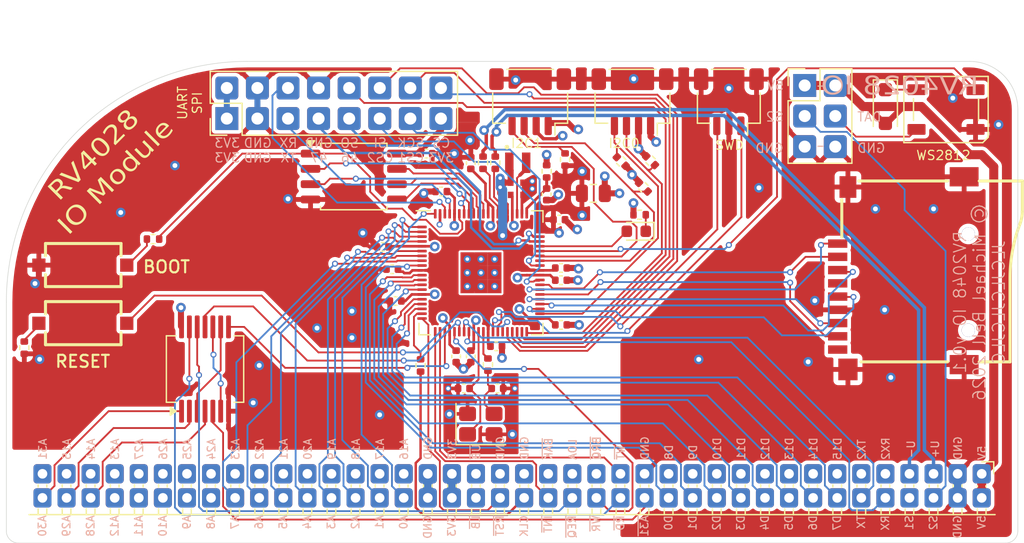
<source format=kicad_pcb>
(kicad_pcb (version 20241229) (generator "pcbnew") (generator_version "9.0")
  (layers (0 "F.Cu" signal) (4 "In1.Cu" signal) (6 "In2.Cu" signal) (2 "B.Cu" signal) (13 "F.Paste" user) (15 "B.Paste" user) (5 "F.SilkS" user "F.Silkscreen") (7 "B.SilkS" user "B.Silkscreen") (1 "F.Mask" user) (3 "B.Mask" user) (25 "Edge.Cuts" user))
  (net 0 "")
  (net 1 "GND")
  (net 2 "+3V3")
  (net 3 "/XIN")
  (net 4 "Net-(C4-Pad1)")
  (net 5 "+1V1")
  (net 6 "/VREG_AVDD")
  (net 7 "/SD_CMD")
  (net 8 "/SD_D3")
  (net 10 "/SD_VDD")
  (net 11 "/SD_CLK")
  (net 12 "/SD_D1")
  (net 13 "/SD_D0")
  (net 14 "/SD_D2")
  (net 15 "Net-(D1-K)")
  (net 16 "/LED")
  (net 17 "Net-(D2-VDD)")
  (net 18 "/GPIO44_ADC4")
  (net 19 "/WS2812_DAT")
  (net 20 "+5V")
  (net 21 "/D3")
  (net 22 "/~{RESET}")
  (net 24 "/D0")
  (net 25 "/A7")
  (net 27 "/~{REQ}")
  (net 28 "/D2")
  (net 30 "/A28")
  (net 31 "/~{WR}")
  (net 32 "/A6")
  (net 33 "/USB_D-")
  (net 34 "/A30")
  (net 35 "/D6")
  (net 36 "/A4")
  (net 38 "/A1")
  (net 39 "/D1")
  (net 40 "/A0")
  (net 41 "/~{RD}")
  (net 42 "/~{INT}")
  (net 43 "/D5")
  (net 44 "/A5")
  (net 45 "/D7")
  (net 46 "/A29")
  (net 47 "/CLK")
  (net 48 "/D4")
  (net 49 "/A2")
  (net 50 "/UART1_TX")
  (net 52 "/~{A31}")
  (net 53 "/A3")
  (net 54 "/UART1_RX")
  (net 55 "/USB_D+")
  (net 56 "/I2C1_SDA")
  (net 57 "/I2C1_SCL")
  (net 58 "/SWCLK")
  (net 59 "/SWD")
  (net 60 "/I2C0_SCL")
  (net 61 "/I2C0_SDA")
  (net 62 "/UART0_RX")
  (net 63 "/SPI_CS1")
  (net 64 "/UART0_TX")
  (net 65 "/GPIO47_ADC7")
  (net 66 "/SPI_CS2")
  (net 67 "/GPIO46_ADC6")
  (net 68 "/SPI_TX")
  (net 69 "/SPI_CS")
  (net 70 "/SPI_RX")
  (net 71 "/SPI_CLK")
  (net 72 "/VREG_LX")
  (net 73 "/XOUT")
  (net 74 "Net-(R4-Pad1)")
  (net 75 "/~{USB_BOOT}")
  (net 76 "/QSPI_SS")
  (net 77 "Net-(U1-USB_DP)")
  (net 78 "Net-(U1-USB_DM)")
  (net 79 "/RUN")
  (net 80 "/QSPI_SD1")
  (net 81 "/QSPI_SD0")
  (net 82 "/QSPI_SCLK")
  (net 83 "/~{WAIT}")
  (net 84 "/~{IOSEL}")
  (net 85 "/QSPI_SD2")
  (net 86 "/QSPI_SD3")
  (net 87 "/~{RDREQ}")
  (net 88 "Net-(U2-Pad3)")
  (net 89 "Net-(U2-Pad10)")
  (net 90 "Net-(U1-GPIO19)")
  (net 94 "/S2")
  (footprint "Capacitor_SMD:C_0402_1005Metric" (layer "F.Cu") (at 123.2594 97.155 180)
    (property "Reference" "C15" (hide yes))
    (property "Value" "100n")
  )
  (footprint "Capacitor_SMD:C_0402_1005Metric" (layer "F.Cu") (at 129.3528 106.2508 -90)
    (property "Reference" "C21" (hide yes))
    (property "Value" "100n")
  )
  (footprint "Package_SO:SSOP-14_5.3x6.2mm_P0.65mm" (layer "F.Cu") (at 108.5 107.300001 90)
    (property "Reference" "U2" (hide yes))
    (property "Value" "74LVC32")
  )
  (footprint "Resistor_SMD:R_0402_1005Metric" (layer "F.Cu") (at 93.491 105.5258 -90)
    (property "Reference" "R4" (hide yes))
    (property "Value" "1k")
  )
  (footprint "RP2350_80QFN_minimal:C_0402_1005Metric_small_pads" (layer "F.Cu") (at 134.4 92.839213)
    (property "Reference" "C6" (hide yes))
    (property "Value" "4.7u")
  )
  (footprint "Capacitor_SMD:C_0402_1005Metric" (layer "F.Cu") (at 138.0676 103.632)
    (property "Reference" "C18" (hide yes))
    (property "Value" "100n")
  )
  (footprint "Capacitor_SMD:C_0402_1005Metric" (layer "F.Cu") (at 130.572 90.198 90)
    (property "Reference" "C12" (hide yes))
    (property "Value" "100n")
  )
  (footprint "Resistor_SMD:R_0402_1005Metric" (layer "F.Cu") (at 126.4 107 90)
    (property "Reference" "R5" (hide yes))
    (property "Value" "33")
  )
  (footprint "Diode_SMD:D_SOD-123F" (layer "F.Cu") (at 165 85.5 -90)
    (property "Reference" "D3" (hide yes))
    (property "Value" "1N4148W")
  )
  (footprint "Capacitor_SMD:C_0402_1005Metric" (layer "F.Cu") (at 137.9152 94.8944)
    (property "Reference" "C20" (hide yes))
    (property "Value" "100n")
  )
  (footprint "Capacitor_SMD:C_0402_1005Metric" (layer "F.Cu") (at 126.8864 89.408)
    (property "Reference" "C2" (hide yes))
    (property "Value" "100n")
  )
  (footprint "Capacitor_SMD:C_0402_1005Metric" (layer "F.Cu") (at 124.3236 101.6508 180)
    (property "Reference" "C17" (hide yes))
    (property "Value" "100n")
  )
  (footprint "RP2350_80QFN_minimal:L_pol_2016" (layer "F.Cu") (at 134.4694 90.17)
    (property "Reference" "L1" (hide yes))
    (property "Value" "3.3u")
  )
  (footprint "Capacitor_SMD:C_0402_1005Metric" (layer "F.Cu") (at 138.0676 98.9076)
    (property "Reference" "C11" (hide yes))
    (property "Value" "100n")
  )
  (footprint "Resistor_SMD:R_0402_1005Metric" (layer "F.Cu") (at 136.8712 90.8792 -90)
    (property "Reference" "R3" (hide yes))
    (property "Value" "33")
  )
  (footprint "Capacitor_SMD:C_0805_2012Metric" (layer "F.Cu") (at 140.7472 92.71)
    (property "Reference" "C19" (hide yes))
    (property "Value" "10u")
  )
  (footprint "Crystal:Crystal_SMD_3225-4Pin_3.2x2.5mm" (layer "F.Cu") (at 131.4024 111.872)
    (property "Reference" "Y1" (hide yes))
    (property "Value" "ABM8-272-T3")
  )
  (footprint "RV4028:Module_2mm" (layer "F.Cu") (at 134 117.5)
    (property "Reference" "J1" (hide yes))
    (property "Value" "~")
  )
  (footprint "Capacitor_SMD:C_0402_1005Metric" (layer "F.Cu") (at 136.8712 92.7888 -90)
    (property "Reference" "C9" (hide yes))
    (property "Value" "4.7u")
  )
  (footprint "easyeda2kicad:TF-SMD_TF-15-15" (layer "F.Cu") (at 166.29 99.333)
    (property "Reference" "Card1" (hide yes))
    (property "Value" "TF-15×15")
  )
  (footprint "Resistor_SMD:R_0402_1005Metric" (layer "F.Cu") (at 132.604 90.168 -90)
    (property "Reference" "R8" (hide yes))
    (property "Value" "27")
  )
  (footprint "LED_SMD:LED_0603_1608Metric" (layer "F.Cu") (at 144.3133 95.8596 180)
    (property "Reference" "D1" (hide yes))
    (property "Value" "KT-0603R")
  )
  (footprint "Resistor_SMD:R_0402_1005Metric" (layer "F.Cu") (at 104.1824 96.5068 180)
    (property "Reference" "R6" (hide yes))
    (property "Value" "1k")
  )
  (footprint "RP2350_80QFN_minimal:C_0402_1005Metric_small_pads" (layer "F.Cu") (at 134.4 91.823213)
    (property "Reference" "C7" (hide yes))
    (property "Value" "4.7u")
  )
  (footprint "Connector_JST:JST_SH_SM04B-SRSS-TB_1x04-1MP_P1.00mm_Horizontal" (layer "F.Cu") (at 135.5 85.1 180)
    (property "Reference" "J3" (hide yes))
    (property "Value" "QwST")
  )
  (footprint "Capacitor_SMD:C_0402_1005Metric" (layer "F.Cu") (at 132.7844 108.912)
    (property "Reference" "C4" (hide yes))
    (property "Value" "15p")
  )
  (footprint "Resistor_SMD:R_0402_1005Metric" (layer "F.Cu") (at 144.5908 94.488 180)
    (property "Reference" "R1" (hide yes))
    (property "Value" "1k")
  )
  (footprint "Resistor_SMD:R_0402_1005Metric" (layer "F.Cu") (at 131.9944 106.932 -90)
    (property "Reference" "R2" (hide yes))
    (property "Value" "1k")
  )
  (footprint "Package_SO:SOIC-8_5.3x5.3mm_P1.27mm" (layer "F.Cu") (at 120.8499 91.313)
    (property "Reference" "U3" (hide yes))
    (property "Value" "W25Q32JVS")
  )
  (footprint "Resistor_SMD:R_0402_1005Metric" (layer "F.Cu") (at 144.9 92.2 135)
    (property "Reference" "R12" (hide yes))
    (property "Value" "10k")
  )
  (footprint "Capacitor_SMD:C_0402_1005Metric" (layer "F.Cu") (at 132.6828 105.41)
    (property "Reference" "C10" (hide yes))
    (property "Value" "4.7u")
  )
  (footprint "Resistor_SMD:R_0402_1005Metric" (layer "F.Cu") (at 138.4 89.9 -90)
    (property "Reference" "R11" (hide yes))
    (property "Value" "10k")
  )
  (footprint "Capacitor_SMD:C_0402_1005Metric" (layer "F.Cu") (at 138.0676 99.9236)
    (property "Reference" "C16" (hide yes))
    (property "Value" "100n")
  )
  (footprint "Capacitor_SMD:C_0402_1005Metric" (layer "F.Cu") (at 128.1108 92.5576 180)
    (property "Reference" "C14" (hide yes))
    (property "Value" "100n")
  )
  (footprint "Capacitor_SMD:C_0402_1005Metric" (layer "F.Cu") (at 129.9904 108.912 180)
    (property "Reference" "C3" (hide yes))
    (property "Value" "15p")
  )
  (footprint "Resistor_SMD:R_0402_1005Metric" (layer "F.Cu") (at 131.588 90.168 -90)
    (property "Reference" "R7" (hide yes))
    (property "Value" "27")
  )
  (footprint "Connector_JST:JST_SH_SM04B-SRSS-TB_1x04-1MP_P1.00mm_Horizontal" (layer "F.Cu") (at 144 85.1 180)
    (property "Reference" "J5" (hide yes))
    (property "Value" "QwST")
  )
  (footprint "RV4028:RP2350-QFN-80-1EP_10x10_P0.4mm_EP3.4x3.4mm_ThermalVias" (layer "F.Cu") (at 131.4159 99.304)
    (property "Reference" "U1" (hide yes))
    (property "Value" "RP2350_80QFN")
  )
  (footprint "Capacitor_SMD:C_0402_1005Metric" (layer "F.Cu") (at 124.0468 99.0092 180)
    (property "Reference" "C8" (hide yes))
    (property "Value" "100n")
  )
  (footprint "Connector_JST:JST_SH_SM03B-SRSS-TB_1x03-1MP_P1.00mm_Horizontal" (layer "F.Cu") (at 152 85.1 180)
    (property "Reference" "J4" (hide yes))
    (property "Value" "SM03B-SRSS-TB")
  )
  (footprint "Capacitor_SMD:C_0402_1005Metric" (layer "F.Cu") (at 130.572 106.2456 -90)
    (property "Reference" "C13" (hide yes))
    (property "Value" "100n")
  )
  (footprint "Resistor_SMD:R_0402_1005Metric" (layer "F.Cu") (at 145.5 90 135)
    (property "Reference" "R9" (hide yes))
    (property "Value" "10k")
  )
  (footprint "Connector_PinHeader_2.54mm:PinHeader_2x08_P2.54mm_Vertical" (layer "F.Cu") (at 110.31 86.5 90)
    (property "Reference" "J6" (hide yes))
    (property "Value" "Conn_02x08_Odd_Even")
  )
  (footprint "RV4028:SW-SMD_HX-TS-1101-C-W" (layer "F.Cu") (at 98.35 103.5)
    (property "Reference" "SW2" (hide yes))
    (property "Value" "SW_Push" (hide yes))
  )
  (footprint "Resistor_SMD:R_0402_1005Metric" (layer "F.Cu") (at 143.060624 90.060624 -45)
    (property "Reference" "R10" (hide yes))
    (property "Value" "10k")
  )
  (footprint "RV4028:SW-SMD_HX-TS-1101-C-W" (layer "F.Cu") (at 98.35 98.674)
    (property "Reference" "SW1" (hide yes))
    (property "Value" "SW_Push" (hide yes))
  )
  (footprint "LED_SMD:LED_WS2812B_PLCC4_5.0x5.0mm_P3.2mm" (layer "F.Cu") (at 170.0364 85.75)
    (property "Reference" "D2" (hide yes))
    (property "Value" "WS2812B")
  )
  (footprint "Connector_PinHeader_2.54mm:PinHeader_2x03_P2.54mm_Vertical" (layer "F.Cu") (at 158.3 83.75)
    (property "Reference" "J2" (hide yes))
    (property "Value" "Conn_02x03")
  )
  (gr_line (start 159.4 88.8) (end 159.8 88.8) (stroke (width 0.1)) (layer "B.SilkS"))
  (gr_line (start 159.4 83.8) (end 159.8 83.8) (stroke (width 0.1)) (layer "B.SilkS"))
  (gr_line (start 92 120.75) (end 92 101.75) (stroke (width 0.05)) (layer "Edge.Cuts"))
  (gr_arc (start 172 81.75) (mid 174.828427 82.921573) (end 176 85.75) (stroke (width 0.05)) (layer "Edge.Cuts"))
  (gr_line (start 93 121.75) (end 175 121.75) (stroke (width 0.05)) (layer "Edge.Cuts"))
  (gr_line (start 172 81.75) (end 112 81.75) (stroke (width 0.05)) (layer "Edge.Cuts"))
  (gr_line (start 176 120.75) (end 176 85.75) (stroke (width 0.05)) (layer "Edge.Cuts"))
  (gr_arc (start 92 101.75) (mid 97.857864 87.607864) (end 112 81.75) (stroke (width 0.05)) (layer "Edge.Cuts"))
  (gr_arc (start 93 121.75) (mid 92.292893 121.457107) (end 92 120.75) (stroke (width 0.05)) (layer "Edge.Cuts"))
  (gr_arc (start 176 120.75) (mid 175.707107 121.457107) (end 175 121.75) (stroke (width 0.05)) (layer "Edge.Cuts"))
  (gr_text "UART\nSPI" (at 108.3 85.2 90) (layer "F.SilkS") (effects (font (size 0.762 0.762) (thickness 0.1016)) (justify bottom)))
  (gr_text "I2C1" (at 135.2 89 0) (layer "F.SilkS") (effects (font (size 0.762 0.762) (thickness 0.1016)) (justify bottom)))
  (gr_text "SWD" (at 152.0604 89.154 0) (layer "F.SilkS") (effects (font (size 0.762 0.762) (thickness 0.1016)) (justify bottom)))
  (gr_text "I2C0" (at 143.3 89 0) (layer "F.SilkS") (effects (font (size 0.762 0.762) (thickness 0.1016)) (justify bottom)))
  (gr_text "RV4028\nIO Module" (at 101.75 92 45) (layer "F.SilkS") (effects (font (size 1.524 1.778) (thickness 0.1016)) (justify bottom)))
  (gr_text "BOOT" (at 105.3 99.4 0) (layer "F.SilkS") (effects (font (size 1 1) (thickness 0.175)) (justify bottom)))
  (gr_text "RESET" (at 98.3424 107.251 0) (layer "F.SilkS") (effects (font (size 1 1) (thickness 0.175)) (justify bottom)))
  (gr_text "WS2812" (at 167.5 90 0) (layer "F.SilkS") (effects (font (size 0.762 0.762) (thickness 0.1016)) (justify left bottom)))
  (gr_text "5V" (at 156.6324 84.2 0) (layer "B.SilkS") (effects (font (size 0.762 0.762) (thickness 0.1016)) (justify left bottom mirror)))
  (gr_text "GND" (at 156.6 89.4 0) (layer "B.SilkS") (effects (font (size 0.762 0.762) (thickness 0.1016)) (justify left bottom mirror)))
  (gr_text "RX\nTX" (at 115.42 90.2 0) (layer "B.SilkS") (effects (font (size 0.762 0.762) (thickness 0.1016)) (justify bottom mirror)))
  (gr_text "SO\n46" (at 120.5 90.2 0) (layer "B.SilkS") (effects (font (size 0.762 0.762) (thickness 0.1016)) (justify bottom mirror)))
  (gr_text "GND" (at 162.6 89.4 0) (layer "B.SilkS") (effects (font (size 0.762 0.762) (thickness 0.1016)) (justify right bottom mirror)))
  (gr_text "GND\nGND" (at 112.88 90.2 0) (layer "B.SilkS") (effects (font (size 0.762 0.762) (thickness 0.1016)) (justify bottom mirror)))
  (gr_text "3V3\n3V3" (at 110.34 90.2 0) (layer "B.SilkS") (effects (font (size 0.762 0.762) (thickness 0.1016)) (justify bottom mirror)))
  (gr_text "RV2048 IO v0.1\n© Michael Bell 2026\nJLCJLCJLCJLC" (at 175 101.75 90) (layer "B.SilkS") (effects (font (size 1 1) (thickness 0.1)) (justify bottom mirror)))
  (gr_text "SCK\nCS1" (at 125.58 90.2 0) (layer "B.SilkS") (effects (font (size 0.762 0.762) (thickness 0.1016)) (justify bottom mirror)))
  (gr_text "~{BRQ}" (at 141.4 114.9 90) (layer "B.SilkS") (effects (font (size 0.635 0.635) (thickness 0.1016)) (justify right bottom mirror)))
  (gr_text "SI\nCS2" (at 123.04 90.2 0) (layer "B.SilkS") (effects (font (size 0.762 0.762) (thickness 0.1016)) (justify bottom mirror)))
  (gr_text "CS\n3V3" (at 128.12 90.2 0) (layer "B.SilkS") (effects (font (size 0.762 0.762) (thickness 0.1016)) (justify bottom mirror)))
  (gr_text "DAT" (at 162.6 86.8 0) (layer "B.SilkS") (effects (font (size 0.762 0.762) (thickness 0.1016)) (justify right bottom mirror)))
  (gr_text "S2" (at 156.6 86.8 0) (layer "B.SilkS") (effects (font (size 0.762 0.762) (thickness 0.1016)) (justify left bottom mirror)))
  (gr_text "GND\n47" (at 117.96 90.2 0) (layer "B.SilkS") (effects (font (size 0.762 0.762) (thickness 0.1016)) (justify bottom mirror)))
  (gr_text "RV4028 IO\n" (at 172.75 84.75 0) (layer "B.SilkS") (effects (font (size 1.524 1.778) (thickness 0.1016)) (justify left bottom mirror)))
  (segment (start 133.1628 105.41) (end 133.1628 106.3752) (width 0.5) (layer "F.Cu") (net 1))
  (segment (start 138.6492 86.868) (end 137.0744 86.868) (width 0.5) (layer "F.Cu") (net 1))
  (segment (start 134.8159 92.952078) (end 134.928765 92.839213) (width 0.15) (layer "F.Cu") (net 1))
  (segment (start 129.9624 107.2896) (end 129.838 107.2896) (width 0.5) (layer "F.Cu") (net 1))
  (segment (start 130.0588 107.2896) (end 130.572 106.7764) (width 0.5) (layer "F.Cu") (net 1))
  (segment (start 121.75 96.0546) (end 122.7794 97.084) (width 0.5) (layer "F.Cu") (net 1))
  (segment (start 138.5476 103.632) (end 139.5636 103.632) (width 0.5) (layer "F.Cu") (net 1))
  (segment (start 129.838 107.2896) (end 129.302 106.7536) (width 0.5) (layer "F.Cu") (net 1))
  (segment (start 121.6546 96.0546) (end 121.75 96.0546) (width 0.5) (layer "F.Cu") (net 1))
  (segment (start 145.5 87.9784) (end 145.9644 88.4428) (width 0.5) (layer "F.Cu") (net 1))
  (segment (start 136.8712 93.2688) (end 137.3792 93.2688) (width 0.5) (layer "F.Cu") (net 1))
  (segment (start 121.6 96) (end 121.6546 96.0546) (width 0.5) (layer "F.Cu") (net 1))
  (segment (start 127.6308 92.5576) (end 126.8128 92.5576) (width 0.5) (layer "F.Cu") (net 1))
  (segment (start 126.8128 92.5576) (end 126.6604 92.71) (width 0.5) (layer "F.Cu") (net 1))
  (segment (start 139.4112 95.7072) (end 139.208 95.7072) (width 0.5) (layer "F.Cu") (net 1))
  (segment (start 137.3792 93.2688) (end 137.8364 92.8116) (width 0.5) (layer "F.Cu") (net 1))
  (segment (start 144.0808 93.5188) (end 144.0808 94.488) (width 0.5) (layer "F.Cu") (net 1))
  (segment (start 139.5 87.4) (end 139.1812 87.4) (width 0.5) (layer "F.Cu") (net 1))
  (segment (start 128.0159 95.2661) (end 127.9812 95.3008) (width 0.22) (layer "F.Cu") (net 1))
  (segment (start 129.9624 107.2896) (end 130.0588 107.2896) (width 0.5) (layer "F.Cu") (net 1))
  (segment (start 122.7794 97.084) (end 122.7794 97.155) (width 0.5) (layer "F.Cu") (net 1))
  (segment (start 134.8159 94.4075) (end 134.8159 92.952078) (width 0.22) (layer "F.Cu") (net 1))
  (segment (start 94.7 98.674) (end 94.7 99.878) (width 0.5) (layer "F.Cu") (net 1))
  (segment (start 145.5 87) (end 145.5 87.9784) (width 0.5) (layer "F.Cu") (net 1))
  (segment (start 138.5476 98.9076) (end 139.456 98.9076) (width 0.5) (layer "F.Cu") (net 1))
  (segment (start 128.0159 94.4075) (end 128.0159 95.2661) (width 0.22) (layer "F.Cu") (net 1))
  (segment (start 139.456 98.9076) (end 139.5128 98.9644) (width 0.5) (layer "F.Cu") (net 1))
  (segment (start 139.208 95.7072) (end 138.3952 94.8944) (width 0.5) (layer "F.Cu") (net 1))
  (segment (start 141.6972 92.71) (end 141.6972 91.2876) (width 0.5) (layer "F.Cu") (net 1))
  (segment (start 94.7 99.878) (end 94.38 100.198) (width 0.5) (layer "F.Cu") (net 1))
  (segment (start 142.9164 92.71) (end 141.6972 92.71) (width 0.5) (layer "F.Cu") (net 1))
  (segment (start 138.5476 99.9236) (end 139.462 99.9236) (width 0.5) (layer "F.Cu") (net 1))
  (segment (start 139.1812 87.4) (end 138.6492 86.868) (width 0.5) (layer "F.Cu") (net 1))
  (via (at 113 107) (size 0.8) (drill 0.4) (layers "F.Cu" "B.Cu") (net 1))
  (via (at 129.9624 107.2896) (size 0.8) (drill 0.4) (layers "F.Cu" "B.Cu") (net 1))
  (via (at 123 111.1) (size 0.8) (drill 0.4) (layers "F.Cu" "B.Cu") (net 1))
  (via (at 126.6604 92.71) (size 0.8) (drill 0.4) (layers "F.Cu" "B.Cu") (net 1))
  (via (at 135.6774 91.694) (size 0.5) (drill 0.3) (layers "F.Cu" "B.Cu") (net 1))
  (via (at 112.5 110.1) (size 0.8) (drill 0.4) (layers "F.Cu" "B.Cu") (net 1))
  (via (at 139.5128 98.9644) (size 0.8) (drill 0.4) (layers "F.Cu" "B.Cu") (net 1))
  (via (at 144.1 83.2) (size 0.8) (drill 0.4) (layers "F.Cu" "B.Cu") (net 1))
  (via (at 135.6774 92.329) (size 0.5) (drill 0.3) (layers "F.Cu" "B.Cu") (net 1))
  (via (at 165.45 108) (size 0.8) (drill 0.4) (layers "F.Cu" "B.Cu") (net 1))
  (via (at 106 90.4) (size 0.8) (drill 0.4) (layers "F.Cu" "B.Cu") (net 1))
  (via (at 121.6 96) (size 0.8) (drill 0.4) (layers "F.Cu" "B.Cu") (net 1))
  (via (at 134.3 83.3) (size 0.8) (drill 0.4) (layers "F.Cu" "B.Cu") (net 1))
  (via (at 139.462 99.9236) (size 0.8) (drill 0.4) (layers "F.Cu" "B.Cu") (net 1))
  (via (at 129.2004 89.408) (size 0.8) (drill 0.4) (layers "F.Cu" "B.Cu") (net 1))
  (via (at 152 84) (size 0.8) (drill 0.4) (layers "F.Cu" "B.Cu") (net 1))
  (via (at 130.5 88.3035) (size 0.8) (drill 0.4) (layers "F.Cu" "B.Cu") (net 1))
  (via (at 169 94) (size 0.8) (drill 0.4) (layers "F.Cu" "B.Cu") (net 1))
  (via (at 159.1404 101.62) (size 0.8) (drill 0.4) (layers "F.Cu" "B.Cu") (net 1))
  (via (at 137.8364 92.8116) (size 0.8) (drill 0.4) (layers "F.Cu" "B.Cu") (net 1))
  (via (at 134.0264 112.722) (size 0.8) (drill 0.4) (layers "F.Cu" "B.Cu") (net 1))
  (via (at 128.794 111.0456) (size 0.8) (drill 0.4) (layers "F.Cu" "B.Cu") (net 1))
  (via (at 142.9164 92.71) (size 0.8) (drill 0.4) (layers "F.Cu" "B.Cu") (net 1))
  (via (at 120.7 104.7) (size 0.8) (drill 0.4) (layers "F.Cu" "B.Cu") (net 1))
  (via (at 127.9812 95.3008) (size 0.5) (drill 0.3) (layers "F.Cu" "B.Cu") (net 1))
  (via (at 144.0808 93.5188) (size 0.8) (drill 0.4) (layers "F.Cu" "B.Cu") (net 1))
  (via (at 164.174 94) (size 0.8) (drill 0.4) (layers "F.Cu" "B.Cu") (net 1))
  (via (at 139.4112 95.7072) (size 0.8) (drill 0.4) (layers "F.Cu" "B.Cu") (net 1))
  (via (at 158.586 106.7) (size 0.8) (drill 0.4) (layers "F.Cu" "B.Cu") (net 1))
  (via (at 94.38 100.198) (size 0.8) (drill 0.4) (layers "F.Cu" "B.Cu") (net 1))
  (via (at 101.5 94.3) (size 0.8) (drill 0.4) (layers "F.Cu" "B.Cu") (net 1))
  (via (at 170.6 84.8) (size 0.8) (drill 0.4) (layers "F.Cu" "B.Cu") (net 1))
  (via (at 149.5 106.5) (size 0.8) (drill 0.4) (layers "F.Cu" "B.Cu") (net 1))
  (via (at 128.6924 108.912) (size 0.5) (drill 0.3) (layers "F.Cu" "B.Cu") (net 1))
  (via (at 164.936 102.382) (size 0.8) (drill 0.4) (layers "F.Cu" "B.Cu") (net 1))
  (via (at 134.2296 108.912) (size 0.5) (drill 0.3) (layers "F.Cu" "B.Cu") (net 1))
  (via (at 141.6972 91.2876) (size 0.8) (drill 0.4) (layers "F.Cu" "B.Cu") (net 1))
  (via (at 154.5 92.25) (size 0.8) (drill 0.4) (layers "F.Cu" "B.Cu") (net 1))
  (via (at 117.8 103.9) (size 0.8) (drill 0.4) (layers "F.Cu" "B.Cu") (net 1))
  (via (at 94.761 106.489) (size 0.8) (drill 0.4) (layers "F.Cu" "B.Cu") (net 1))
  (via (at 174.4 87) (size 0.8) (drill 0.4) (layers "F.Cu" "B.Cu") (net 1))
  (via (at 120.7 102.489) (size 0.8) (drill 0.4) (layers "F.Cu" "B.Cu") (net 1))
  (via (at 139.5 87.4) (size 0.8) (drill 0.4) (layers "F.Cu" "B.Cu") (net 1))
  (via (at 139.5636 103.632) (size 0.8) (drill 0.4) (layers "F.Cu" "B.Cu") (net 1))
  (via (at 133.1628 106.3752) (size 0.8) (drill 0.4) (layers "F.Cu" "B.Cu") (net 1))
  (via (at 115.395 93.1672) (size 0.8) (drill 0.4) (layers "F.Cu" "B.Cu") (net 1))
  (via (at 145.9644 88.4428) (size 0.8) (drill 0.4) (layers "F.Cu" "B.Cu") (net 1))
  (segment (start 112.85 86.5) (end 112.85 83.96) (width 0.5) (layer "B.Cu") (net 1))
  (segment (start 129.2159 94.4075) (end 129.2255 94.3979) (width 0.22) (layer "F.Cu") (net 2))
  (segment (start 132.4159 95.3873) (end 132.4159 94.4075) (width 0.22) (layer "F.Cu") (net 2))
  (segment (start 134.1534 95.3919) (end 134.0921 95.4532) (width 0.15) (layer "F.Cu") (net 2))
  (segment (start 126.5194 101.104) (end 127.5628 101.104) (width 0.22) (layer "F.Cu") (net 2))
  (segment (start 138.2 87.925) (end 137.897 87.925) (width 0.3) (layer "F.Cu") (net 2))
  (segment (start 134.0159 95.3919) (end 134.0159 94.4075) (width 0.22) (layer "F.Cu") (net 2))
  (segment (start 143.960624 90.960624) (end 143.421248 90.421248) (width 0.5) (layer "F.Cu") (net 2))
  (segment (start 126.5194 101.104) (end 125.672737 101.104) (width 0.22) (layer "F.Cu") (net 2))
  (segment (start 130.993653 103.247973) (end 130.956027 103.247973) (width 0.22) (layer "F.Cu") (net 2))
  (segment (start 134.0921 95.4532) (end 134.0772 95.4532) (width 0.15) (layer "F.Cu") (net 2))
  (segment (start 136.606401 88.175) (end 137.647 88.175) (width 0.275) (layer "F.Cu") (net 2))
  (segment (start 132.4159 93.883036) (end 132.0159 93.483036) (width 0.22) (layer "F.Cu") (net 2))
  (segment (start 129.2159 95.3869) (end 129.2004 95.4024) (width 0.22) (layer "F.Cu") (net 2))
  (segment (start 125.672737 101.104) (end 125.125937 101.6508) (width 0.22) (layer "F.Cu") (net 2))
  (segment (start 134.654971 99.50658) (end 135.229567 99.50658) (width 0.22) (layer "F.Cu") (net 2))
  (segment (start 134.448298 99.713253) (end 134.654971 99.50658) (width 0.22) (layer "F.Cu") (net 2))
  (segment (start 128.250331 103.062931) (end 128.377331 103.062931) (width 0.22) (layer "F.Cu") (net 2))
  (segment (start 128.415434 103.228034) (end 128.415434 103.304234) (width 0.22) (layer "F.Cu") (net 2))
  (segment (start 128.8159 103.7047) (end 128.8159 104.2005) (width 0.22) (layer "F.Cu") (net 2))
  (segment (start 131.7912 93.258336) (end 131.7912 91.8972) (width 0.22) (layer "F.Cu") (net 2))
  (segment (start 144.539376 91.839376) (end 144.539376 91.739376) (width 0.5) (layer "F.Cu") (net 2))
  (segment (start 137.647 88.175) (end 137.672 88.15) (width 0.275) (layer "F.Cu") (net 2))
  (segment (start 130.956027 103.247973) (end 130.8159 103.3881) (width 0.22) (layer "F.Cu") (net 2))
  (segment (start 128.415434 103.304234) (end 128.8159 103.7047) (width 0.22) (layer "F.Cu") (net 2))
  (segment (start 130.8159 104.2005) (end 130.8159 105.6285) (width 0.22) (layer "F.Cu") (net 2))
  (segment (start 132.4159 94.4075) (end 132.4159 93.883036) (width 0.22) (layer "F.Cu") (net 2))
  (segment (start 127.5628 101.104) (end 127.5748 101.092) (width 0.22) (layer "F.Cu") (net 2))
  (segment (start 134.0159 94.4075) (end 134.0159 92.956348) (width 0.22) (layer "F.Cu") (net 2))
  (segment (start 144.5 89) (end 145.139376 89.639376) (width 0.5) (layer "F.Cu") (net 2))
  (segment (start 134.0772 95.4532) (end 134.0159 95.3919) (width 0.15) (layer "F.Cu") (net 2))
  (segment (start 125.125937 101.6508) (end 124.8036 101.6508) (width 0.22) (layer "F.Cu") (net 2))
  (segment (start 137.0596 103.104) (end 137.5876 103.632) (width 0.22) (layer "F.Cu") (net 2))
  (segment (start 128.09 87.4704) (end 128.09 87.1676) (width 0.5) (layer "F.Cu") (net 2))
  (segment (start 135.404498 103.104) (end 134.610598 102.3101) (width 0.22) (layer "F.Cu") (net 2))
  (segment (start 135.232147 99.504) (end 136.3124 99.504) (width 0.22) (layer "F.Cu") (net 2))
  (segment (start 135.229567 99.50658) (end 135.232147 99.504) (width 0.22) (layer "F.Cu") (net 2))
  (segment (start 128.8159 105.2567) (end 129.0988 105.5396) (width 0.22) (layer "F.Cu") (net 2))
  (segment (start 126.5194 97.104) (end 123.7904 97.104) (width 0.22) (layer "F.Cu") (net 2))
  (segment (start 136.3124 103.104) (end 137.0596 103.104) (width 0.22) (layer "F.Cu") (net 2))
  (segment (start 136.0744 87.642999) (end 136.581401 88.15) (width 0.3) (layer "F.Cu") (net 2))
  (segment (start 137.897 87.925) (end 137.672 88.15) (width 0.3) (layer "F.Cu") (net 2))
  (segment (start 129.2255 93.0907) (end 128.6924 92.5576) (width 0.22) (layer "F.Cu") (net 2))
  (segment (start 127.5492 97.104) (end 127.5748 97.1296) (width 0.22) (layer "F.Cu") (net 2))
  (segment (start 130.8159 103.3881) (end 130.8159 104.2005) (width 0.22) (layer "F.Cu") (net 2))
  (segment (start 132.35 95.4532) (end 132.4159 95.3873) (width 0.22) (layer "F.Cu") (net 2))
  (segment (start 129.2255 94.3979) (end 129.2255 93.0907) (width 0.22) (layer "F.Cu") (net 2))
  (segment (start 129.2159 94.4075) (end 129.2159 95.3869) (width 0.22) (layer "F.Cu") (net 2))
  (segment (start 131.7912 91.8972) (end 130.572 90.678) (width 0.22) (layer "F.Cu") (net 2))
  (segment (start 128.3876 103.0732) (end 128.3876 103.2002) (width 0.22) (layer "F.Cu") (net 2))
  (segment (start 128.8159 104.2005) (end 128.8159 105.2567) (width 0.22) (layer "F.Cu") (net 2))
  (segment (start 106.5 102.200001) (end 106.5 103.750001) (width 0.5) (layer "F.Cu") (net 2))
  (segment (start 134.0159 92.956348) (end 133.898765 92.839213) (width 0.22) (layer "F.Cu") (net 2))
  (segment (start 128.377331 103.062931) (end 128.3876 103.0732) (width 0.22) (layer "F.Cu") (net 2))
  (segment (start 144.539376 91.739376) (end 143.960624 91.160624) (width 0.5) (layer "F.Cu") (net 2))
  (segment (start 128.3876 103.2002) (end 128.415434 103.228034) (width 0.22) (layer "F.Cu") (net 2))
  (segment (start 132.0159 94.4075) (end 132.0159 93.483036) (width 0.22) (layer "F.Cu") (net 2))
  (segment (start 128.6924 92.5576) (end 128.5908 92.5576) (width 0.22) (layer "F.Cu") (net 2))
  (segment (start 136.0744 86.868) (end 136.0744 87.642999) (width 0.3) (layer "F.Cu") (net 2))
  (segment (start 137.168 99.504) (end 137.5876 99.9236) (width 0.22) (layer "F.Cu") (net 2))
  (segment (start 136.3124 99.504) (end 137.168 99.504) (width 0.22) (layer "F.Cu") (net 2))
  (segment (start 132.0159 93.483036) (end 131.7912 93.258336) (width 0.22) (layer "F.Cu") (net 2))
  (segment (start 144.5 87) (end 144.5 89) (width 0.5) (layer "F.Cu") (net 2))
  (segment (start 136.581401 88.15) (end 136.606401 88.175) (width 0.275) (layer "F.Cu") (net 2))
  (segment (start 132.2484 95.4532) (end 132.35 95.4532) (width 0.22) (layer "F.Cu") (net 2))
  (segment (start 126.1524 89.408) (end 128.09 87.4704) (width 0.5) (layer "F.Cu") (net 2))
  (segment (start 130.8159 105.6285) (end 130.572 105.8724) (width 0.22) (layer "F.Cu") (net 2))
  (segment (start 123.7904 97.104) (end 123.7394 97.155) (width 0.22) (layer "F.Cu") (net 2))
  (segment (start 132.1976 95.4024) (end 132.2484 95.4532) (width 0.22) (layer "F.Cu") (net 2))
  (segment (start 124.4374 89.408) (end 126.1524 89.408) (width 0.5) (layer "F.Cu") (net 2))
  (segment (start 136.3124 103.104) (end 135.404498 103.104) (width 0.22) (layer "F.Cu") (net 2))
  (segment (start 136.8712 89.4588) (end 136.8712 90.3692) (width 0.5) (layer "F.Cu") (net 2))
  (segment (start 126.5194 97.104) (end 127.5492 97.104) (width 0.22) (layer "F.Cu") (net 2))
  (via (at 139.8176 90.8812) (size 0.8) (drill 0.4) (layers "F.Cu" "B.Cu") (net 2))
  (via (at 134.448298 99.713253) (size 0.8) (drill 0.4) (layers "F.Cu" "B.Cu") (net 2))
  (via (at 144.5 89) (size 0.8) (drill 0.4) (layers "F.Cu" "B.Cu") (net 2))
  (via (at 139.8176 94.5388) (size 0.8) (drill 0.4) (layers "F.Cu" "B.Cu") (net 2))
  (via (at 134.1534 95.3919) (size 0.8) (drill 0.4) (layers "F.Cu" "B.Cu") (net 2))
  (via (at 127.5748 97.1296) (size 0.8) (drill 0.4) (layers "F.Cu" "B.Cu") (net 2))
  (via (at 128.250331 103.062931) (size 0.8) (drill 0.4) (layers "F.Cu" "B.Cu") (net 2))
  (via (at 134.610598 102.3101) (size 0.8) (drill 0.4) (layers "F.Cu" "B.Cu") (net 2))
  (via (at 106.5 102.200001) (size 0.8) (drill 0.4) (layers "F.Cu" "B.Cu") (net 2))
  (via (at 127.5748 101.092) (size 0.8) (drill 0.4) (layers "F.Cu" "B.Cu") (net 2))
  (via (at 143.960624 91.160624) (size 0.8) (drill 0.4) (layers "F.Cu" "B.Cu") (net 2))
  (via (at 129.2004 95.4024) (size 0.8) (drill 0.4) (layers "F.Cu" "B.Cu") (net 2))
  (via (at 130.993653 103.247973) (size 0.8) (drill 0.4) (layers "F.Cu" "B.Cu") (net 2))
  (via (at 132.1976 95.4024) (size 0.8) (drill 0.4) (layers "F.Cu" "B.Cu") (net 2))
  (via (at 137.9 96) (size 0.8) (drill 0.4) (layers "F.Cu" "B.Cu") (net 2))
  (via (at 136.8712 89.5) (size 0.8) (drill 0.4) (layers "F.Cu" "B.Cu") (net 2))
  (via (at 138.2 87.925) (size 0.8) (drill 0.4) (layers "F.Cu" "B.Cu") (net 2))
  (segment (start 110.31 86.5) (end 110.31 83.96) (width 0.5) (layer "B.Cu") (net 2))
  (segment (start 130.3024 112.722) (end 131.3594 111.665) (width 0.15) (layer "F.Cu") (net 3))
  (segment (start 131.3594 111.665) (end 131.3594 109.801) (width 0.15) (layer "F.Cu") (net 3))
  (segment (start 131.3594 109.801) (end 130.4704 108.912) (width 0.15) (layer "F.Cu") (net 3))
  (segment (start 131.2159 108.1665) (end 130.4704 108.912) (width 0.1651) (layer "F.Cu") (net 3))
  (segment (start 131.2159 104.2005) (end 131.2159 108.1665) (width 0.15) (layer "F.Cu") (net 3))
  (segment (start 131.9944 108.5944) (end 131.9944 107.442) (width 0.15) (layer "F.Cu") (net 4))
  (segment (start 131.7156 109.5008) (end 132.3044 108.912) (width 0.15) (layer "F.Cu") (net 4))
  (segment (start 132.5024 111.022) (end 131.7156 110.2352) (width 0.15) (layer "F.Cu") (net 4))
  (segment (start 132.3044 108.9044) (end 131.9944 108.5944) (width 0.15) (layer "F.Cu") (net 4))
  (segment (start 131.7156 110.2352) (end 131.7156 109.5008) (width 0.15) (layer "F.Cu") (net 4))
  (segment (start 132.3044 108.912) (end 132.3044 108.9044) (width 0.15) (layer "F.Cu") (net 4))
  (segment (start 124.6258 99.2124) (end 124.6004 99.187) (width 0.22) (layer "F.Cu") (net 5))
  (segment (start 125.723154 99.104) (end 125.493455 99.333699) (width 0.22) (layer "F.Cu") (net 5))
  (segment (start 124.929444 99.2124) (end 124.6258 99.2124) (width 0.22) (layer "F.Cu") (net 5))
  (segment (start 136.3124 99.104) (end 137.3912 99.104) (width 0.22) (layer "F.Cu") (net 5))
  (segment (start 133.3914 91.821) (end 133.0104 91.821) (width 0.5) (layer "F.Cu") (net 5))
  (segment (start 133.7694 90.17) (end 133.7694 90.681) (width 0.5) (layer "F.Cu") (net 5))
  (segment (start 133.8783 91.821) (end 133.3914 91.821) (width 0.5) (layer "F.Cu") (net 5))
  (segment (start 133.0104 91.821) (end 133.0104 92.202) (width 0.5) (layer "F.Cu") (net 5))
  (segment (start 125.493455 99.333699) (end 125.050743 99.333699) (width 0.22) (layer "F.Cu") (net 5))
  (segment (start 132.0159 105.2231) (end 132.2028 105.41) (width 0.22) (layer "F.Cu") (net 5))
  (segment (start 126.5194 99.104) (end 125.723154 99.104) (width 0.22) (layer "F.Cu") (net 5))
  (segment (start 133.8783 90.7899) (end 133.8783 91.821) (width 0.5) (layer "F.Cu") (net 5))
  (segment (start 125.050743 99.333699) (end 124.929444 99.2124) (width 0.22) (layer "F.Cu") (net 5))
  (segment (start 133.6159 93.617148) (end 133.6159 94.4075) (width 0.22) (layer "F.Cu") (net 5))
  (segment (start 133.0104 91.44) (end 133.0104 91.821) (width 0.5) (layer "F.Cu") (net 5))
  (segment (start 133.7694 90.681) (end 133.8783 90.7899) (width 0.5) (layer "F.Cu") (net 5))
  (segment (start 133.3914 91.821) (end 133.0104 92.202) (width 0.5) (layer "F.Cu") (net 5))
  (segment (start 137.3912 99.104) (end 137.5876 98.9076) (width 0.22) (layer "F.Cu") (net 5))
  (segment (start 133.0104 91.44) (end 133.3914 91.821) (width 0.5) (layer "F.Cu") (net 5))
  (segment (start 133.0104 93.011648) (end 133.6159 93.617148) (width 0.22) (layer "F.Cu") (net 5))
  (segment (start 133.0104 92.202) (end 133.0104 92.71) (width 0.5) (layer "F.Cu") (net 5))
  (segment (start 133.0104 92.202) (end 133.0104 93.011648) (width 0.22) (layer "F.Cu") (net 5))
  (segment (start 132.0159 104.2005) (end 132.0159 105.2231) (width 0.22) (layer "F.Cu") (net 5))
  (via (at 133.2136 96.2152) (size 0.8) (drill 0.4) (layers "F.Cu" "B.Cu") (net 5))
  (via (at 133.0104 91.44) (size 0.5) (drill 0.3) (layers "F.Cu" "B.Cu") (net 5))
  (via (at 133.0104 92.202) (size 0.5) (drill 0.3) (layers "F.Cu" "B.Cu") (net 5))
  (segment (start 133.2136 92.4052) (end 133.0104 92.202) (width 0.75) (layer "B.Cu") (net 5))
  (segment (start 133.2136 96.2152) (end 133.2136 92.4052) (width 0.75) (layer "B.Cu") (net 5))
  (segment (start 133.0104 91.44) (end 133.0104 92.202) (width 0.75) (layer "B.Cu") (net 5))
  (segment (start 135.2159 93.9641) (end 135.2159 94.4075) (width 0.22) (layer "F.Cu") (net 6))
  (segment (start 136.8712 91.3892) (end 136.8712 92.3088) (width 0.25) (layer "F.Cu") (net 6))
  (segment (start 136.8712 92.3088) (end 135.2159 93.9641) (width 0.22) (layer "F.Cu") (net 6))
  (segment (start 136.3124 101.904) (end 137.1625 101.904) (width 0.15) (layer "F.Cu") (net 7))
  (segment (start 162.2944 99.2324) (end 161.1894 99.2324) (width 0.15) (layer "F.Cu") (net 7))
  (segment (start 161.1894 99.2324) (end 161.04 99.083) (width 0.15) (layer "F.Cu") (net 7))
  (segment (start 137.1625 101.904) (end 137.2776 102.0191) (width 0.15) (layer "F.Cu") (net 7))
  (via (at 137.2776 102.0191) (size 0.5) (drill 0.3) (layers "F.Cu" "B.Cu") (net 7))
  (via (at 162.2944 99.2324) (size 0.5) (drill 0.3) (layers "F.Cu" "B.Cu") (net 7))
  (segment (start 159.8 104.1) (end 158.6 104.1) (width 0.15) (layer "B.Cu") (net 7))
  (segment (start 160.3 101.2268) (end 160.3 103.6) (width 0.15) (layer "B.Cu") (net 7))
  (segment (start 158.6 104.1) (end 156.5191 102.0191) (width 0.15) (layer "B.Cu") (net 7))
  (segment (start 160.3 103.6) (end 159.8 104.1) (width 0.15) (layer "B.Cu") (net 7))
  (segment (start 156.5191 102.0191) (end 137.2776 102.0191) (width 0.15) (layer "B.Cu") (net 7))
  (segment (start 162.2944 99.2324) (end 160.3 101.2268) (width 0.15) (layer "B.Cu") (net 7))
  (segment (start 157.0896 99.2632) (end 158.3698 97.983) (width 0.15) (layer "F.Cu") (net 8))
  (segment (start 141.0368 99.5172) (end 141.2908 99.2632) (width 0.15) (layer "F.Cu") (net 8))
  (segment (start 136.3124 100.304) (end 137.059584 100.304) (width 0.15) (layer "F.Cu") (net 8))
  (segment (start 158.3698 97.983) (end 161.04 97.983) (width 0.15) (layer "F.Cu") (net 8))
  (segment (start 137.059584 100.304) (end 137.365984 100.6104) (width 0.15) (layer "F.Cu") (net 8))
  (segment (start 139.9436 100.6104) (end 141.0368 99.5172) (width 0.15) (layer "F.Cu") (net 8))
  (segment (start 137.365984 100.6104) (end 139.9436 100.6104) (width 0.15) (layer "F.Cu") (net 8))
  (via (at 141.2908 99.2632) (size 0.5) (drill 0.3) (layers "F.Cu" "B.Cu") (net 8))
  (via (at 157.0896 99.2632) (size 0.5) (drill 0.3) (layers "F.Cu" "B.Cu") (net 8))
  (segment (start 141.2908 99.2632) (end 157.0896 99.2632) (width 0.15) (layer "B.Cu") (net 8))
  (segment (start 136.3124 102.304) (end 135.456 102.304) (width 0.15) (layer "F.Cu") (net 11))
  (segment (start 162.3452 101.3152) (end 161.0722 101.3152) (width 0.15) (layer "F.Cu") (net 11))
  (segment (start 135.456 102.304) (end 135.4488 102.3112) (width 0.15) (layer "F.Cu") (net 11))
  (segment (start 161.0722 101.3152) (end 161.04 101.283) (width 0.15) (layer "F.Cu") (net 11))
  (via (at 162.3452 101.3152) (size 0.5) (drill 0.3) (layers "F.Cu" "B.Cu") (net 11))
  (via (at 135.4488 102.3112) (size 0.5) (drill 0.3) (layers "F.Cu" "B.Cu") (net 11))
  (segment (start 135.6784 102.5408) (end 135.4488 102.3112) (width 0.15) (layer "B.Cu") (net 11))
  (segment (start 143.109966 103) (end 142.605066 102.4951) (width 0.15) (layer "B.Cu") (net 11))
  (segment (start 162.3452 101.3152) (end 162.3452 102.2548) (width 0.15) (layer "B.Cu") (net 11))
  (segment (start 162.3452 102.2548) (end 160.1 104.5) (width 0.15) (layer "B.Cu") (net 11))
  (segment (start 160.1 104.5) (end 156.4 104.5) (width 0.15) (layer "B.Cu") (net 11))
  (segment (start 156.4 104.5) (end 154.9 103) (width 0.15) (layer "B.Cu") (net 11))
  (segment (start 135.6327 102.4951) (end 135.4488 102.3112) (width 0.15) (layer "B.Cu") (net 11))
  (segment (start 142.605066 102.4951) (end 135.6327 102.4951) (width 0.15) (layer "B.Cu") (net 11))
  (segment (start 154.9 103) (end 143.109966 103) (width 0.15) (layer "B.Cu") (net 11))
  (segment (start 157.0896 101.660366) (end 157.0896 100.1268) (width 0.15) (layer "F.Cu") (net 12))
  (segment (start 136.3124 101.104) (end 140.3136 101.104) (width 0.15) (layer "F.Cu") (net 12))
  (segment (start 160.012234 104.583) (end 157.0896 101.660366) (width 0.15) (layer "F.Cu") (net 12))
  (segment (start 161.04 104.583) (end 160.012234 104.583) (width 0.15) (layer "F.Cu") (net 12))
  (segment (start 140.3136 101.104) (end 141.3416 100.076) (width 0.15) (layer "F.Cu") (net 12))
  (via (at 141.3416 100.076) (size 0.5) (drill 0.3) (layers "F.Cu" "B.Cu") (net 12))
  (via (at 157.0896 100.1268) (size 0.5) (drill 0.3) (layers "F.Cu" "B.Cu") (net 12))
  (segment (start 157.0388 100.076) (end 157.0896 100.1268) (width 0.15) (layer "B.Cu") (net 12))
  (segment (start 141.3416 100.076) (end 157.0388 100.076) (width 0.15) (layer "B.Cu") (net 12))
  (segment (start 136.3124 101.504) (end 135.4544 101.504) (width 0.15) (layer "F.Cu") (net 13))
  (segment (start 159.602 103.4996) (end 161.0234 103.4996) (width 0.15) (layer "F.Cu") (net 13))
  (segment (start 135.4544 101.504) (end 135.4488 101.4984) (width 0.15) (layer "F.Cu") (net 13))
  (segment (start 161.0234 103.4996) (end 161.04 103.483) (width 0.15) (layer "F.Cu") (net 13))
  (via (at 159.602 103.4996) (size 0.5) (drill 0.3) (layers "F.Cu" "B.Cu") (net 13))
  (via (at 135.4488 101.4984) (size 0.5) (drill 0.3) (layers "F.Cu" "B.Cu") (net 13))
  (segment (start 157.6008 101.4984) (end 135.4488 101.4984) (width 0.15) (layer "B.Cu") (net 13))
  (segment (start 159.602 103.4996) (end 157.6008 101.4984) (width 0.15) (layer "B.Cu") (net 13))
  (segment (start 159.767 96.883) (end 159.6528 96.9972) (width 0.15) (layer "F.Cu") (net 14))
  (segment (start 161.04 96.883) (end 159.767 96.883) (width 0.15) (layer "F.Cu") (net 14))
  (segment (start 135.4672 100.704) (end 135.4488 100.6856) (width 0.15) (layer "F.Cu") (net 14))
  (segment (start 136.3124 100.704) (end 135.4672 100.704) (width 0.15) (layer "F.Cu") (net 14))
  (via (at 135.4488 100.6856) (size 0.5) (drill 0.3) (layers "F.Cu" "B.Cu") (net 14))
  (via (at 159.6528 96.9972) (size 0.5) (drill 0.3) (layers "F.Cu" "B.Cu") (net 14))
  (segment (start 159.6528 96.9972) (end 159.6528 98.5328) (width 0.15) (layer "B.Cu") (net 14))
  (segment (start 157.5 100.6856) (end 135.4488 100.6856) (width 0.15) (layer "B.Cu") (net 14))
  (segment (start 159.6528 98.5328) (end 157.5 100.6856) (width 0.15) (layer "B.Cu") (net 14))
  (segment (start 145.1008 95.8596) (end 145.1008 94.488) (width 0.15) (layer "F.Cu") (net 15))
  (segment (start 136.3124 97.104) (end 142.2814 97.104) (width 0.15) (layer "F.Cu") (net 16))
  (segment (start 142.2814 97.104) (end 143.5258 95.8596) (width 0.15) (layer "F.Cu") (net 16))
  (segment (start 167.5864 84.1) (end 165 84.1) (width 0.15) (layer "F.Cu") (net 17))
  (segment (start 156.924 82.326) (end 156 83.25) (width 0.15) (layer "F.Cu") (net 18))
  (segment (start 152 97) (end 156 93) (width 0.15) (layer "F.Cu") (net 18))
  (segment (start 172.4864 84.1) (end 170.7124 82.326) (width 0.15) (layer "F.Cu") (net 18))
  (segment (start 156 93) (end 156 83.693) (width 0.15) (layer "F.Cu") (net 18))
  (segment (start 156 83.25) (end 156 83.693) (width 0.15) (layer "F.Cu") (net 18))
  (segment (start 143.018 97.3328) (end 142.8468 97.504) (width 0.15) (layer "F.Cu") (net 18))
  (segment (start 170.7124 82.326) (end 156.924 82.326) (width 0.15) (layer "F.Cu") (net 18))
  (segment (start 136.3124 97.504) (end 142.8468 97.504) (width 0.15) (layer "F.Cu") (net 18))
  (via (at 152 97) (size 0.5) (drill 0.3) (layers "F.Cu" "B.Cu") (net 18))
  (via (at 143.018 97.3328) (size 0.5) (drill 0.3) (layers "F.Cu" "B.Cu") (net 18))
  (segment (start 143.018 97.3328) (end 151.6672 97.3328) (width 0.15) (layer "B.Cu") (net 18))
  (segment (start 151.6672 97.3328) (end 152 97) (width 0.15) (layer "B.Cu") (net 18))
  (segment (start 166.9864 88) (end 162.55 88) (width 0.15) (layer "F.Cu") (net 19))
  (segment (start 167.5864 87.4) (end 166.9864 88) (width 0.15) (layer "F.Cu") (net 19))
  (segment (start 162.55 88) (end 160.84 86.29) (width 0.15) (layer "F.Cu") (net 19))
  (segment (start 158.8484 83.75) (end 161.3884 83.75) (width 0.75) (layer "F.Cu") (net 20))
  (segment (start 163.1384 85.5) (end 163.5 85.5) (width 0.75) (layer "F.Cu") (net 20))
  (segment (start 166.5 85.5) (end 168 85.5) (width 0.75) (layer "F.Cu") (net 20))
  (segment (start 174 115) (end 173 116) (width 0.75) (layer "F.Cu") (net 20))
  (segment (start 174 90.5) (end 174 115) (width 0.75) (layer "F.Cu") (net 20))
  (segment (start 165 86.9) (end 164.9 86.9) (width 0.5) (layer "F.Cu") (net 20))
  (segment (start 163.5 85.5) (end 166.5 85.5) (width 0.75) (layer "F.Cu") (net 20))
  (segment (start 161.3884 83.75) (end 163.1384 85.5) (width 0.75) (layer "F.Cu") (net 20))
  (segment (start 173 116) (end 173 118) (width 0.75) (layer "F.Cu") (net 20))
  (segment (start 168 85.5) (end 172 89.5) (width 0.75) (layer "F.Cu") (net 20))
  (segment (start 164.9 86.9) (end 163.5 85.5) (width 0.5) (layer "F.Cu") (net 20))
  (segment (start 172 89.5) (end 173 89.5) (width 0.75) (layer "F.Cu") (net 20))
  (segment (start 165 86.9) (end 165.1 86.9) (width 0.5) (layer "F.Cu") (net 20))
  (segment (start 173 89.5) (end 174 90.5) (width 0.75) (layer "F.Cu") (net 20))
  (segment (start 165.1 86.9) (end 166.5 85.5) (width 0.5) (layer "F.Cu") (net 20))
  (segment (start 125.874919 100.3574) (end 125.928319 100.304) (width 0.15) (layer "F.Cu") (net 21))
  (segment (start 125.928319 100.304) (end 126.5194 100.304) (width 0.15) (layer "F.Cu") (net 21))
  (segment (start 124.498455 100.5342) (end 124.498455 100.454055) (width 0.15) (layer "F.Cu") (net 21))
  (segment (start 124.498455 100.454055) (end 124.59511 100.3574) (width 0.15) (layer "F.Cu") (net 21))
  (segment (start 124.59511 100.3574) (end 125.874919 100.3574) (width 0.15) (layer "F.Cu") (net 21))
  (via (at 124.498455 100.5342) (size 0.5) (drill 0.3) (layers "F.Cu" "B.Cu") (net 21))
  (segment (start 122.9246 102.108055) (end 124.498455 100.5342) (width 0.15) (layer "B.Cu") (net 21))
  (segment (start 153 118) (end 152.024 117.024) (width 0.15) (layer "B.Cu") (net 21))
  (segment (start 152.024 115.317106) (end 146.945894 110.239) (width 0.15) (layer "B.Cu") (net 21))
  (segment (start 122.9246 107.930072) (end 122.9246 102.108055) (width 0.15) (layer "B.Cu") (net 21))
  (segment (start 146.945894 110.239) (end 125.233527 110.239) (width 0.15) (layer "B.Cu") (net 21))
  (segment (start 152.024 117.024) (end 152.024 115.317106) (width 0.15) (layer "B.Cu") (net 21))
  (segment (start 125.233527 110.239) (end 122.9246 107.930072) (width 0.15) (layer "B.Cu") (net 21))
  (segment (start 127.046 113.981456) (end 127.046 103.6306) (width 0.15) (layer "F.Cu") (net 22))
  (segment (start 127.046 103.6306) (end 126.5194 103.104) (width 0.15) (layer "F.Cu") (net 22))
  (segment (start 128.319106 119.026) (end 128 118.706894) (width 0.15) (layer "F.Cu") (net 22))
  (segment (start 133 118) (end 131.974 119.026) (width 0.15) (layer "F.Cu") (net 22))
  (segment (start 128 114.935456) (end 127.046 113.981456) (width 0.15) (layer "F.Cu") (net 22))
  (segment (start 128 118.706894) (end 128 114.935456) (width 0.15) (layer "F.Cu") (net 22))
  (segment (start 131.974 119.026) (end 128.319106 119.026) (width 0.15) (layer "F.Cu") (net 22))
  (segment (start 125.272099 98.799299) (end 125.367398 98.704) (width 0.15) (layer "F.Cu") (net 24))
  (segment (start 125.367398 98.704) (end 126.5194 98.704) (width 0.15) (layer "F.Cu") (net 24))
  (via (at 125.272099 98.799299) (size 0.5) (drill 0.3) (layers "F.Cu" "B.Cu") (net 24))
  (segment (start 145.976 115.269106) (end 144.538994 113.8321) (width 0.15) (layer "B.Cu") (net 24))
  (segment (start 147 118) (end 145.976 116.976) (width 0.15) (layer "B.Cu") (net 24))
  (segment (start 123.568301 98.799299) (end 125.272099 98.799299) (width 0.15) (layer "B.Cu") (net 24))
  (segment (start 144.538994 113.8321) (end 127.25982 113.8321) (width 0.15) (layer "B.Cu") (net 24))
  (segment (start 121.85 100.5176) (end 123.568301 98.799299) (width 0.15) (layer "B.Cu") (net 24))
  (segment (start 145.976 116.976) (end 145.976 115.269106) (width 0.15) (layer "B.Cu") (net 24))
  (segment (start 121.85 108.42228) (end 121.85 100.5176) (width 0.15) (layer "B.Cu") (net 24))
  (segment (start 127.25982 113.8321) (end 121.85 108.42228) (width 0.15) (layer "B.Cu") (net 24))
  (segment (start 124.471513 98.304) (end 126.5194 98.304) (width 0.15) (layer "F.Cu") (net 25))
  (segment (start 124.399314 98.3762) (end 124.471513 98.304) (width 0.15) (layer "F.Cu") (net 25))
  (segment (start 120.5624 98.554) (end 120.7402 98.3762) (width 0.15) (layer "F.Cu") (net 25))
  (segment (start 119.2944 98.554) (end 120.5624 98.554) (width 0.15) (layer "F.Cu") (net 25))
  (segment (start 120.7402 98.3762) (end 124.399314 98.3762) (width 0.15) (layer "F.Cu") (net 25))
  (segment (start 119.291939 98.551539) (end 119.2944 98.554) (width 0.15) (layer "F.Cu") (net 25))
  (via (at 119.291939 98.551539) (size 0.5) (drill 0.3) (layers "F.Cu" "B.Cu") (net 25))
  (segment (start 111.1 106.743478) (end 119.291939 98.551539) (width 0.15) (layer "B.Cu") (net 25))
  (segment (start 111 118) (end 110 117) (width 0.15) (layer "B.Cu") (net 25))
  (segment (start 119.2944 98.554) (end 119.2944 98.679) (width 0.15) (layer "B.Cu") (net 25))
  (segment (start 110 117) (end 110 115) (width 0.15) (layer "B.Cu") (net 25))
  (segment (start 110 115) (end 111.1 113.9) (width 0.15) (layer "B.Cu") (net 25))
  (segment (start 119.291939 98.551539) (end 119.2944 98.554) (width 0.15) (layer "B.Cu") (net 25))
  (segment (start 111.1 113.9) (end 111.1 106.743478) (width 0.15) (layer "B.Cu") (net 25))
  (segment (start 108 107.8) (end 108 107.1) (width 0.15) (layer "F.Cu") (net 27))
  (segment (start 107.85 106.95) (end 107.85 103.800001) (width 0.15) (layer "F.Cu") (net 27))
  (segment (start 108 107.1) (end 107.85 106.95) (width 0.15) (layer "F.Cu") (net 27))
  (via (at 108 107.8) (size 0.5) (drill 0.3) (layers "F.Cu" "B.Cu") (net 27))
  (segment (start 137.9 119.1) (end 139 118) (width 0.15) (layer "B.Cu") (net 27))
  (segment (start 108 107.8) (end 108 118.754894) (width 0.15) (layer "B.Cu") (net 27))
  (segment (start 108 118.754894) (end 108.345106 119.1) (width 0.15) (layer "B.Cu") (net 27))
  (segment (start 108.345106 119.1) (end 137.9 119.1) (width 0.15) (layer "B.Cu") (net 27))
  (segment (start 124.07444 100.0389) (end 125.742991 100.0389) (width 0.15) (layer "F.Cu") (net 28))
  (segment (start 123.915313 100.198027) (end 124.07444 100.0389) (width 0.15) (layer "F.Cu") (net 28))
  (segment (start 125.742991 100.0389) (end 125.87789 99.904) (width 0.15) (layer "F.Cu") (net 28))
  (segment (start 125.87789 99.904) (end 126.5194 99.904) (width 0.15) (layer "F.Cu") (net 28))
  (via (at 123.915313 100.198027) (size 0.5) (drill 0.3) (layers "F.Cu" "B.Cu") (net 28))
  (segment (start 122.5553 108.083041) (end 122.5553 101.55804) (width 0.15) (layer "B.Cu") (net 28))
  (segment (start 122.5553 101.55804) (end 123.915313 100.198027) (width 0.15) (layer "B.Cu") (net 28))
  (segment (start 149.976 116.976) (end 149.976 115.269106) (width 0.15) (layer "B.Cu") (net 28))
  (segment (start 126.283059 111.8108) (end 122.5553 108.083041) (width 0.15) (layer "B.Cu") (net 28))
  (segment (start 149.976 115.269106) (end 146.517694 111.8108) (width 0.15) (layer "B.Cu") (net 28))
  (segment (start 151 118) (end 149.976 116.976) (width 0.15) (layer "B.Cu") (net 28))
  (segment (start 146.517694 111.8108) (end 126.283059 111.8108) (width 0.15) (layer "B.Cu") (net 28))
  (segment (start 100 117) (end 100 115) (width 0.15) (layer "F.Cu") (net 30))
  (segment (start 100 115) (end 101.599999 113.400001) (width 0.15) (layer "F.Cu") (net 30))
  (segment (start 107 113.400001) (end 108.5 111.900001) (width 0.15) (layer "F.Cu") (net 30))
  (segment (start 99 118) (end 100 117) (width 0.15) (layer "F.Cu") (net 30))
  (segment (start 108.5 111.900001) (end 108.5 110.800001) (width 0.15) (layer "F.Cu") (net 30))
  (segment (start 101.599999 113.400001) (end 107 113.400001) (width 0.15) (layer "F.Cu") (net 30))
  (segment (start 142.1 119.1) (end 143.7 119.1) (width 0.15) (layer "F.Cu") (net 31))
  (segment (start 144 118.8) (end 144 115.1) (width 0.15) (layer "F.Cu") (net 31))
  (segment (start 136.1896 107.2896) (end 134.9916 107.2896) (width 0.15) (layer "F.Cu") (net 31))
  (segment (start 129.3493 105.0036) (end 129.2159 104.8702) (width 0.15) (layer "F.Cu") (net 31))
  (segment (start 129.2159 104.8702) (end 129.2159 104.2005) (width 0.15) (layer "F.Cu") (net 31))
  (segment (start 143.7 119.1) (end 144 118.8) (width 0.15) (layer "F.Cu") (net 31))
  (segment (start 144 115.1) (end 136.1896 107.2896) (width 0.15) (layer "F.Cu") (net 31))
  (segment (start 141 118) (end 142.1 119.1) (width 0.15) (layer "F.Cu") (net 31))
  (via (at 129.3493 105.0036) (size 0.5) (drill 0.3) (layers "F.Cu" "B.Cu") (net 31))
  (via (at 134.9916 107.2896) (size 0.5) (drill 0.3) (layers "F.Cu" "B.Cu") (net 31))
  (segment (start 134.9916 107.2896) (end 131.6353 107.2896) (width 0.15) (layer "B.Cu") (net 31))
  (segment (start 131.6353 107.2896) (end 129.3493 105.0036) (width 0.15) (layer "B.Cu") (net 31))
  (segment (start 120.3104 98.0577) (end 124.267386 98.0577) (width 0.15) (layer "F.Cu") (net 32))
  (segment (start 120.309224 98.056524) (end 120.3104 98.0577) (width 0.15) (layer "F.Cu") (net 32))
  (segment (start 124.421086 97.904) (end 126.5194 97.904) (width 0.15) (layer "F.Cu") (net 32))
  (segment (start 124.267386 98.0577) (end 124.421086 97.904) (width 0.15) (layer "F.Cu") (net 32))
  (via (at 120.309224 98.056524) (size 0.5) (drill 0.3) (layers "F.Cu" "B.Cu") (net 32))
  (segment (start 120.3104 98.26946) (end 120.3104 98.0577) (width 0.15) (layer "B.Cu") (net 32))
  (segment (start 120.3104 98.0577) (end 120.309224 98.056524) (width 0.15) (layer "B.Cu") (net 32))
  (segment (start 114 104.57986) (end 120.3104 98.26946) (width 0.15) (layer "B.Cu") (net 32))
  (segment (start 112.024 111.976) (end 114 110) (width 0.15) (layer "B.Cu") (net 32))
  (segment (start 114 110) (end 114 104.57986) (width 0.15) (layer "B.Cu") (net 32))
  (segment (start 112.024 117.024) (end 112.024 111.976) (width 0.15) (layer "B.Cu") (net 32))
  (segment (start 113 118) (end 112.024 117.024) (width 0.15) (layer "B.Cu") (net 32))
  (segment (start 132.338 88.911999) (end 132.338 87.962) (width 0.284) (layer "F.Cu") (net 33))
  (segment (start 132.604 89.658) (end 132.604 89.177999) (width 0.284) (layer "F.Cu") (net 33))
  (segment (start 132.604 89.177999) (end 132.338 88.911999) (width 0.284) (layer "F.Cu") (net 33))
  (segment (start 132.338 87.962) (end 132.7 87.6) (width 0.284) (layer "F.Cu") (net 33))
  (via (at 132.7 87.6) (size 0.8) (drill 0.4) (layers "F.Cu" "B.Cu") (net 33))
  (segment (start 167 114.799999) (end 167 116) (width 0.284) (layer "B.Cu") (net 33))
  (segment (start 133.590434 86.242) (end 151.59976 86.242) (width 0.284) (layer "B.Cu") (net 33))
  (segment (start 132.7 87.132434) (end 133.590434 86.242) (width 0.284) (layer "B.Cu") (net 33))
  (segment (start 167.758 102.40024) (end 167.758 114.041999) (width 0.284) (layer "B.Cu") (net 33))
  (segment (start 167.758 114.041999) (end 167 114.799999) (width 0.284) (layer "B.Cu") (net 33))
  (segment (start 151.59976 86.242) (end 167.758 102.40024) (width 0.284) (layer "B.Cu") (net 33))
  (segment (start 132.7 87.6) (end 132.7 87.132434) (width 0.284) (layer "B.Cu") (net 33))
  (segment (start 96 117) (end 96 115.293106) (width 0.15) (layer "F.Cu") (net 34))
  (segment (start 95 118) (end 96 117) (width 0.15) (layer "F.Cu") (net 34))
  (segment (start 100.493105 110.800001) (end 106.55 110.800001) (width 0.15) (layer "F.Cu") (net 34))
  (segment (start 96 115.293106) (end 100.493105 110.800001) (width 0.15) (layer "F.Cu") (net 34))
  (segment (start 125.0891 102.720873) (end 125.243023 102.566949) (width 0.15) (layer "F.Cu") (net 35))
  (segment (start 124.806895 103.860589) (end 125.0891 103.578384) (width 0.15) (layer "F.Cu") (net 35))
  (segment (start 125.905973 101.904) (end 126.5194 101.904) (width 0.15) (layer "F.Cu") (net 35))
  (segment (start 125.0891 103.578384) (end 125.0891 102.720873) (width 0.15) (layer "F.Cu") (net 35))
  (segment (start 125.243023 102.566949) (end 125.905973 101.904) (width 0.15) (layer "F.Cu") (net 35))
  (via (at 124.806895 103.860589) (size 0.5) (drill 0.3) (layers "F.Cu" "B.Cu") (net 35))
  (segment (start 157.976 116.976) (end 157.976 115.269106) (width 0.15) (layer "B.Cu") (net 35))
  (segment (start 159 118) (end 157.976 116.976) (width 0.15) (layer "B.Cu") (net 35))
  (segment (start 124.0422 107.480866) (end 124.0422 104.625284) (width 0.15) (layer "B.Cu") (net 35))
  (segment (start 157.976 115.269106) (end 151.138494 108.4316) (width 0.15) (layer "B.Cu") (net 35))
  (segment (start 151.138494 108.4316) (end 124.992934 108.4316) (width 0.15) (layer "B.Cu") (net 35))
  (segment (start 124.0422 104.625284) (end 124.806895 103.860589) (width 0.15) (layer "B.Cu") (net 35))
  (segment (start 124.992934 108.4316) (end 124.0422 107.480866) (width 0.15) (layer "B.Cu") (net 35))
  (segment (start 123.200918 96.393) (end 124.1204 96.393) (width 0.15) (layer "F.Cu") (net 36))
  (segment (start 124.1204 96.393) (end 124.4314 96.704) (width 0.15) (layer "F.Cu") (net 36))
  (segment (start 124.4314 96.704) (end 126.5194 96.704) (width 0.15) (layer "F.Cu") (net 36))
  (via (at 123.200918 96.393) (size 0.5) (drill 0.3) (layers "F.Cu" "B.Cu") (net 36))
  (segment (start 123.200918 96.393) (end 116.024 103.569918) (width 0.15) (layer "B.Cu") (net 36))
  (segment (start 123.200918 96.393) (end 123.200918 96.423482) (width 0.15) (layer "B.Cu") (net 36))
  (segment (start 116.024 117.024) (end 117 118) (width 0.15) (layer "B.Cu") (net 36))
  (segment (start 116.024 103.569918) (end 116.024 117.024) (width 0.15) (layer "B.Cu") (net 36))
  (segment (start 125.3904 95.504) (end 126.5194 95.504) (width 0.15) (layer "F.Cu") (net 38))
  (segment (start 124.860546 94.974146) (end 125.3904 95.504) (width 0.15) (layer "F.Cu") (net 38))
  (segment (start 124.896383 94.921518) (end 124.860546 94.957355) (width 0.15) (layer "F.Cu") (net 38))
  (segment (start 124.860546 94.957355) (end 124.860546 94.974146) (width 0.15) (layer "F.Cu") (net 38))
  (via (at 124.896383 94.921518) (size 0.5) (drill 0.3) (layers "F.Cu" "B.Cu") (net 38))
  (segment (start 124.896383 94.921518) (end 124.896383 96.479869) (width 0.15) (layer "B.Cu") (net 38))
  (segment (start 123.62524 97.6533) (end 119.9 101.37854) (width 0.15) (layer "B.Cu") (net 38))
  (segment (start 124.896383 96.479869) (end 124.461218 96.915035) (width 0.15) (layer "B.Cu") (net 38))
  (segment (start 119.9 101.37854) (end 119.9 113.193106) (width 0.15) (layer "B.Cu") (net 38))
  (segment (start 122.024 115.317106) (end 122.024 117.024) (width 0.15) (layer "B.Cu") (net 38))
  (segment (start 124.461218 96.915035) (end 123.722952 97.6533) (width 0.15) (layer "B.Cu") (net 38))
  (segment (start 123.722952 97.6533) (end 123.62524 97.6533) (width 0.15) (layer "B.Cu") (net 38))
  (segment (start 119.9 113.193106) (end 122.024 115.317106) (width 0.15) (layer "B.Cu") (net 38))
  (segment (start 122.024 117.024) (end 123 118) (width 0.15) (layer "B.Cu") (net 38))
  (segment (start 125.641164 99.690299) (end 125.827463 99.504) (width 0.15) (layer "F.Cu") (net 39))
  (segment (start 125.827463 99.504) (end 126.5194 99.504) (width 0.15) (layer "F.Cu") (net 39))
  (segment (start 123.267883 100.013905) (end 123.612188 99.6696) (width 0.15) (layer "F.Cu") (net 39))
  (segment (start 124.882336 99.6696) (end 124.903035 99.690299) (width 0.15) (layer "F.Cu") (net 39))
  (segment (start 123.612188 99.6696) (end 124.882336 99.6696) (width 0.15) (layer "F.Cu") (net 39))
  (segment (start 124.903035 99.690299) (end 125.641164 99.690299) (width 0.15) (layer "F.Cu") (net 39))
  (via (at 123.267883 100.013905) (size 0.5) (drill 0.3) (layers "F.Cu" "B.Cu") (net 39))
  (segment (start 149 118) (end 148.024 117.024) (width 0.15) (layer "B.Cu") (net 39))
  (segment (start 148.024 115.224) (end 146.2628 113.4628) (width 0.15) (layer "B.Cu") (net 39))
  (segment (start 148.024 117.024) (end 148.024 115.224) (width 0.15) (layer "B.Cu") (net 39))
  (segment (start 146.2628 113.4628) (end 127.41279 113.4628) (width 0.15) (layer "B.Cu") (net 39))
  (segment (start 127.41279 113.4628) (end 122.186 108.23601) (width 0.15) (layer "B.Cu") (net 39))
  (segment (start 122.186 108.23601) (end 122.186 101.095788) (width 0.15) (layer "B.Cu") (net 39))
  (segment (start 122.186 101.095788) (end 123.267883 100.013905) (width 0.15) (layer "B.Cu") (net 39))
  (segment (start 127.6159 94.4075) (end 126.6604 94.4075) (width 0.15) (layer "F.Cu") (net 40))
  (via (at 126.6604 94.4075) (size 0.5) (drill 0.3) (layers "F.Cu" "B.Cu") (net 40))
  (segment (start 124.024 117.024) (end 125 118) (width 0.15) (layer "B.Cu") (net 40))
  (segment (start 125.4369 96.461621) (end 123.875921 98.0226) (width 0.15) (layer "B.Cu") (net 40))
  (segment (start 124.024 115.269106) (end 124.024 117.024) (width 0.15) (layer "B.Cu") (net 40))
  (segment (start 123.77821 98.0226) (end 121.5 100.30081) (width 0.15) (layer "B.Cu") (net 40))
  (segment (start 121.5 100.30081) (end 121.5 112.745106) (width 0.15) (layer "B.Cu") (net 40))
  (segment (start 126.6604 94.4075) (end 125.4369 95.631) (width 0.15) (layer "B.Cu") (net 40))
  (segment (start 123.875921 98.0226) (end 123.77821 98.0226) (width 0.15) (layer "B.Cu") (net 40))
  (segment (start 121.5 112.745106) (end 124.024 115.269106) (width 0.15) (layer "B.Cu") (net 40))
  (segment (start 125.4369 95.631) (end 125.4369 96.461621) (width 0.15) (layer "B.Cu") (net 40))
  (segment (start 107.2 108.100001) (end 107.2 103.800001) (width 0.15) (layer "F.Cu") (net 41))
  (via (at 107.2 108.100001) (size 0.5) (drill 0.3) (layers "F.Cu" "B.Cu") (net 41))
  (segment (start 143 118) (end 141.599 119.401) (width 0.15) (layer "B.Cu") (net 41))
  (segment (start 141.599 119.401) (end 106.601 119.401) (width 0.15) (layer "B.Cu") (net 41))
  (segment (start 107.2 108.900001) (end 107.2 108.100001) (width 0.15) (layer "B.Cu") (net 41))
  (segment (start 106 118.8) (end 106 110.100001) (width 0.15) (layer "B.Cu") (net 41))
  (segment (start 106 110.100001) (end 107.2 108.900001) (width 0.15) (layer "B.Cu") (net 41))
  (segment (start 106.601 119.401) (end 106 118.8) (width 0.15) (layer "B.Cu") (net 41))
  (segment (start 137 118) (end 136 117) (width 0.15) (layer "F.Cu") (net 42))
  (segment (start 136 117) (end 136 115.25) (width 0.15) (layer "F.Cu") (net 42))
  (segment (start 135.7 114.95) (end 128.440222 114.95) (width 0.15) (layer "F.Cu") (net 42))
  (segment (start 128.440222 114.95) (end 127.6159 114.125678) (width 0.15) (layer "F.Cu") (net 42))
  (segment (start 127.6159 114.125678) (end 127.6159 104.2005) (width 0.15) (layer "F.Cu") (net 42))
  (segment (start 136 115.25) (end 135.7 114.95) (width 0.15) (layer "F.Cu") (net 42))
  (segment (start 125.822896 101.504) (end 126.5194 101.504) (width 0.15) (layer "F.Cu") (net 43))
  (segment (start 124.7706 102.8294) (end 124.7706 102.556296) (width 0.15) (layer "F.Cu") (net 43))
  (segment (start 124.7706 102.556296) (end 125.822896 101.504) (width 0.15) (layer "F.Cu") (net 43))
  (segment (start 124.2728 103.3272) (end 124.7706 102.8294) (width 0.15) (layer "F.Cu") (net 43))
  (via (at 124.2728 103.3272) (size 0.5) (drill 0.3) (layers "F.Cu" "B.Cu") (net 43))
  (segment (start 125.539466 109.5004) (end 123.6632 107.624134) (width 0.15) (layer "B.Cu") (net 43))
  (segment (start 150.207294 109.5004) (end 125.539466 109.5004) (width 0.15) (layer "B.Cu") (net 43))
  (segment (start 155.976 116.976) (end 155.976 115.269106) (width 0.15) (layer "B.Cu") (net 43))
  (segment (start 157 118) (end 155.976 116.976) (width 0.15) (layer "B.Cu") (net 43))
  (segment (start 123.6632 107.624134) (end 123.6632 103.9368) (width 0.15) (layer "B.Cu") (net 43))
  (segment (start 123.6632 103.9368) (end 124.2728 103.3272) (width 0.15) (layer "B.Cu") (net 43))
  (segment (start 155.976 115.269106) (end 150.207294 109.5004) (width 0.15) (layer "B.Cu") (net 43))
  (segment (start 121.1994 97.5624) (end 121.8344 97.5624) (width 0.15) (layer "F.Cu") (net 44))
  (segment (start 121.8344 97.5624) (end 122.0112 97.7392) (width 0.15) (layer "F.Cu") (net 44))
  (segment (start 124.396 97.504) (end 126.5194 97.504) (width 0.15) (layer "F.Cu") (net 44))
  (segment (start 122.0112 97.7392) (end 124.1608 97.7392) (width 0.15) (layer "F.Cu") (net 44))
  (segment (start 124.1608 97.7392) (end 124.396 97.504) (width 0.15) (layer "F.Cu") (net 44))
  (via (at 121.1994 97.5624) (size 0.5) (drill 0.3) (layers "F.Cu" "B.Cu") (net 44))
  (segment (start 114.8 104.30213) (end 114.8 114.296553) (width 0.15) (layer "B.Cu") (net 44))
  (segment (start 120.830924 98.27262) (end 120.52532 98.578224) (width 0.15) (layer "B.Cu") (net 44))
  (segment (start 120.52532 98.578224) (end 120.523906 98.578224) (width 0.15) (layer "B.Cu") (net 44))
  (segment (start 121.1994 97.5624) (end 121.1994 97.663) (width 0.15) (layer "B.Cu") (net 44))
  (segment (start 114.8 114.296553) (end 114 115.096553) (width 0.15) (layer "B.Cu") (net 44))
  (segment (start 120.830924 98.031476) (end 120.830924 98.27262) (width 0.15) (layer "B.Cu") (net 44))
  (segment (start 114 117) (end 115 118) (width 0.15) (layer "B.Cu") (net 44))
  (segment (start 114 115.096553) (end 114 117) (width 0.15) (layer "B.Cu") (net 44))
  (segment (start 121.1994 97.663) (end 120.830924 98.031476) (width 0.15) (layer "B.Cu") (net 44))
  (segment (start 120.523906 98.578224) (end 114.8 104.30213) (width 0.15) (layer "B.Cu") (net 44))
  (segment (start 125.4076 102.8528) (end 125.9564 102.304) (width 0.15) (layer "F.Cu") (net 45))
  (segment (start 125.2761 104.3432) (end 125.4076 104.2117) (width 0.15) (layer "F.Cu") (net 45))
  (segment (start 125.9564 102.304) (end 126.5194 102.304) (width 0.15) (layer "F.Cu") (net 45))
  (segment (start 125.4076 104.2117) (end 125.4076 102.8528) (width 0.15) (layer "F.Cu") (net 45))
  (via (at 125.2761 104.3432) (size 0.5) (drill 0.3) (layers "F.Cu" "B.Cu") (net 45))
  (segment (start 125.084404 108.0008) (end 124.4115 107.327896) (width 0.15) (layer "B.Cu") (net 45))
  (segment (start 124.4115 105.2078) (end 125.2761 104.3432) (width 0.15) (layer "B.Cu") (net 45))
  (segment (start 161 118) (end 159.976 116.976) (width 0.15) (layer "B.Cu") (net 45))
  (segment (start 152.707694 108.0008) (end 125.084404 108.0008) (width 0.15) (layer "B.Cu") (net 45))
  (segment (start 159.976 115.269106) (end 152.707694 108.0008) (width 0.15) (layer "B.Cu") (net 45))
  (segment (start 124.4115 107.327896) (end 124.4115 105.2078) (width 0.15) (layer "B.Cu") (net 45))
  (segment (start 159.976 116.976) (end 159.976 115.269106) (width 0.15) (layer "B.Cu") (net 45))
  (segment (start 106.831902 112.200001) (end 107.2 111.831903) (width 0.15) (layer "F.Cu") (net 46))
  (segment (start 107.2 111.831903) (end 107.2 110.800001) (width 0.15) (layer "F.Cu") (net 46))
  (segment (start 98 115.1) (end 100.899999 112.200001) (width 0.15) (layer "F.Cu") (net 46))
  (segment (start 98 117) (end 98 115.1) (width 0.15) (layer "F.Cu") (net 46))
  (segment (start 97 118) (end 98 117) (width 0.15) (layer "F.Cu") (net 46))
  (segment (start 100.899999 112.200001) (end 106.831902 112.200001) (width 0.15) (layer "F.Cu") (net 46))
  (segment (start 126 115.1) (end 126.4 114.7) (width 0.2) (layer "F.Cu") (net 47))
  (segment (start 133.6 119.4) (end 126.596553 119.4) (width 0.2) (layer "F.Cu") (net 47))
  (segment (start 126.4 114.7) (end 126.4 107.51) (width 0.2) (layer "F.Cu") (net 47))
  (segment (start 126.596553 119.4) (end 126 118.803447) (width 0.2) (layer "F.Cu") (net 47))
  (segment (start 126 118.803447) (end 126 115.1) (width 0.2) (layer "F.Cu") (net 47))
  (segment (start 135 118) (end 133.6 119.4) (width 0.2) (layer "F.Cu") (net 47))
  (segment (start 126.5194 100.704) (end 125.318395 100.704) (width 0.15) (layer "F.Cu") (net 48))
  (segment (start 125.318395 100.704) (end 125.169696 100.852699) (width 0.15) (layer "F.Cu") (net 48))
  (via (at 125.169696 100.852699) (size 0.5) (drill 0.3) (layers "F.Cu" "B.Cu") (net 48))
  (segment (start 123.2939 102.728495) (end 125.169696 100.852699) (width 0.15) (layer "B.Cu") (net 48))
  (segment (start 125.386497 109.8697) (end 123.2939 107.777103) (width 0.15) (layer "B.Cu") (net 48))
  (segment (start 155 118) (end 153.976 116.976) (width 0.15) (layer "B.Cu") (net 48))
  (segment (start 148.576594 109.8697) (end 125.386497 109.8697) (width 0.15) (layer "B.Cu") (net 48))
  (segment (start 153.976 115.269106) (end 148.576594 109.8697) (width 0.15) (layer "B.Cu") (net 48))
  (segment (start 153.976 116.976) (end 153.976 115.269106) (width 0.15) (layer "B.Cu") (net 48))
  (segment (start 123.2939 107.777103) (end 123.2939 102.728495) (width 0.15) (layer "B.Cu") (net 48))
  (segment (start 125.1554 95.904) (end 126.5194 95.904) (width 0.15) (layer "F.Cu") (net 49))
  (segment (start 124.603309 95.351909) (end 125.1554 95.904) (width 0.15) (layer "F.Cu") (net 49))
  (segment (start 124.252645 95.351909) (end 124.603309 95.351909) (width 0.15) (layer "F.Cu") (net 49))
  (via (at 124.252645 95.351909) (size 0.5) (drill 0.3) (layers "F.Cu" "B.Cu") (net 49))
  (segment (start 123.47227 97.284) (end 119.3 101.45627) (width 0.15) (layer "B.Cu") (net 49))
  (segment (start 119.3 101.45627) (end 119.3 114.5) (width 0.15) (layer "B.Cu") (net 49))
  (segment (start 120 115.2) (end 120 117) (width 0.15) (layer "B.Cu") (net 49))
  (segment (start 120 117) (end 121 118) (width 0.15) (layer "B.Cu") (net 49))
  (segment (start 124.252645 96.601339) (end 123.569983 97.284) (width 0.15) (layer "B.Cu") (net 49))
  (segment (start 124.252645 95.351909) (end 124.252645 96.601339) (width 0.15) (layer "B.Cu") (net 49))
  (segment (start 123.569983 97.284) (end 123.47227 97.284) (width 0.15) (layer "B.Cu") (net 49))
  (segment (start 119.3 114.5) (end 120 115.2) (width 0.15) (layer "B.Cu") (net 49))
  (segment (start 130.171722 103.412329) (end 130.131271 103.412329) (width 0.15) (layer "F.Cu") (net 50))
  (segment (start 130.0159 103.5277) (end 130.0159 104.2005) (width 0.15) (layer "F.Cu") (net 50))
  (segment (start 130.131271 103.412329) (end 130.0159 103.5277) (width 0.15) (layer "F.Cu") (net 50))
  (via (at 130.171722 103.412329) (size 0.5) (drill 0.3) (layers "F.Cu" "B.Cu") (net 50))
  (segment (start 153.552247 104.6988) (end 153.405694 104.6988) (width 0.15) (layer "B.Cu") (net 50))
  (segment (start 163 118) (end 164 117) (width 0.15) (layer "B.Cu") (net 50))
  (segment (start 131.458193 104.6988) (end 130.171722 103.412329) (width 0.15) (layer "B.Cu") (net 50))
  (segment (start 153.405694 104.6988) (end 131.458193 104.6988) (width 0.15) (layer "B.Cu") (net 50))
  (segment (start 164 115.146553) (end 153.552247 104.6988) (width 0.15) (layer "B.Cu") (net 50))
  (segment (start 164 117) (end 164 115.146553) (width 0.15) (layer "B.Cu") (net 50))
  (segment (start 144 119.8) (end 111.093106 119.8) (width 0.15) (layer "F.Cu") (net 52))
  (segment (start 111.093106 119.8) (end 110 118.706894) (width 0.15) (layer "F.Cu") (net 52))
  (segment (start 109.15 111.75) (end 109.15 110.800001) (width 0.15) (layer "F.Cu") (net 52))
  (segment (start 145 118.8) (end 144 119.8) (width 0.15) (layer "F.Cu") (net 52))
  (segment (start 110 118.706894) (end 110 112.6) (width 0.15) (layer "F.Cu") (net 52))
  (segment (start 110 112.6) (end 109.15 111.75) (width 0.15) (layer "F.Cu") (net 52))
  (segment (start 145 118) (end 145 118.8) (width 0.15) (layer "F.Cu") (net 52))
  (segment (start 123.7394 95.8723) (end 124.2347 95.8723) (width 0.15) (layer "F.Cu") (net 53))
  (segment (start 124.6664 96.304) (end 126.5194 96.304) (width 0.15) (layer "F.Cu") (net 53))
  (segment (start 124.2347 95.8723) (end 124.6664 96.304) (width 0.15) (layer "F.Cu") (net 53))
  (via (at 123.7394 95.8723) (size 0.5) (drill 0.3) (layers "F.Cu" "B.Cu") (net 53))
  (segment (start 123.417014 96.9147) (end 123.3193 96.9147) (width 0.15) (layer "B.Cu") (net 53))
  (segment (start 123.7394 95.8723) (end 123.7394 96.592314) (width 0.15) (layer "B.Cu") (net 53))
  (segment (start 118 115.2) (end 118 117) (width 0.15) (layer "B.Cu") (net 53))
  (segment (start 118.7 101.534) (end 118.7 114.5) (width 0.15) (layer "B.Cu") (net 53))
  (segment (start 123.7394 96.592314) (end 123.417014 96.9147) (width 0.15) (layer "B.Cu") (net 53))
  (segment (start 118 117) (end 119 118) (width 0.15) (layer "B.Cu") (net 53))
  (segment (start 118.7 114.5) (end 118 115.2) (width 0.15) (layer "B.Cu") (net 53))
  (segment (start 123.3193 96.9147) (end 118.7 101.534) (width 0.15) (layer "B.Cu") (net 53))
  (segment (start 130.2825 105.0036) (end 130.318 105.0036) (width 0.15) (layer "F.Cu") (net 54))
  (segment (start 130.4159 104.9057) (end 130.4159 104.2005) (width 0.15) (layer "F.Cu") (net 54))
  (segment (start 130.318 105.0036) (end 130.4159 104.9057) (width 0.15) (layer "F.Cu") (net 54))
  (via (at 130.2825 105.0036) (size 0.5) (drill 0.3) (layers "F.Cu" "B.Cu") (net 54))
  (segment (start 162 118.8) (end 162 114.8681) (width 0.15) (layer "B.Cu") (net 54))
  (segment (start 152.2 105.0681) (end 130.347 105.0681) (width 0.15) (layer "B.Cu") (net 54))
  (segment (start 163.974 119.026) (end 162.226 119.026) (width 0.15) (layer "B.Cu") (net 54))
  (segment (start 130.347 105.0681) (end 130.2825 105.0036) (width 0.15) (layer "B.Cu") (net 54))
  (segment (start 162 114.8681) (end 152.2 105.0681) (width 0.15) (layer "B.Cu") (net 54))
  (segment (start 162.226 119.026) (end 162 118.8) (width 0.15) (layer "B.Cu") (net 54))
  (segment (start 165 118) (end 163.974 119.026) (width 0.15) (layer "B.Cu") (net 54))
  (segment (start 131.854 88.911999) (end 131.854 87.645228) (width 0.284) (layer "F.Cu") (net 55))
  (segment (start 131.588 89.658) (end 131.588 89.177999) (width 0.284) (layer "F.Cu") (net 55))
  (segment (start 131.588 89.177999) (end 131.854 88.911999) (width 0.284) (layer "F.Cu") (net 55))
  (segment (start 131.854 87.645228) (end 131.678363 87.469591) (width 0.284) (layer "F.Cu") (net 55))
  (via (at 131.678363 87.469591) (size 0.8) (drill 0.4) (layers "F.Cu" "B.Cu") (net 55))
  (segment (start 168.242 114.041999) (end 169 114.799999) (width 0.284) (layer "B.Cu") (net 55))
  (segment (start 131.678363 87.469591) (end 133.389954 85.758) (width 0.284) (layer "B.Cu") (net 55))
  (segment (start 169 114.799999) (end 169 116) (width 0.284) (layer "B.Cu") (net 55))
  (segment (start 168.242 102.19976) (end 168.242 114.041999) (width 0.284) (layer "B.Cu") (net 55))
  (segment (start 133.389954 85.758) (end 151.80024 85.758) (width 0.284) (layer "B.Cu") (net 55))
  (segment (start 151.80024 85.758) (end 168.242 102.19976) (width 0.284) (layer "B.Cu") (net 55))
  (segment (start 145.260624 92.560624) (end 144.057984 92.560624) (width 0.15) (layer "F.Cu") (net 56))
  (segment (start 140.04736 88.55) (end 135.85 88.55) (width 0.15) (layer "F.Cu") (net 56))
  (segment (start 143.94868 92.45132) (end 140.04736 88.55) (width 0.15) (layer "F.Cu") (net 56))
  (segment (start 135.85 88.55) (end 135.0744 87.7744) (width 0.15) (layer "F.Cu") (net 56))
  (segment (start 145.7806 94.283239) (end 143.94868 92.45132) (width 0.15) (layer "F.Cu") (net 56))
  (segment (start 144.057984 92.560624) (end 143.94868 92.45132) (width 0.15) (layer "F.Cu") (net 56))
  (segment (start 135.0744 87.7744) (end 135.0744 86.868) (width 0.15) (layer "F.Cu") (net 56))
  (segment (start 143.789484 98.304) (end 145.7806 96.312884) (width 0.15) (layer "F.Cu") (net 56))
  (segment (start 136.3124 98.304) (end 143.789484 98.304) (width 0.15) (layer "F.Cu") (net 56))
  (segment (start 145.7806 96.312884) (end 145.7806 94.283239) (width 0.15) (layer "F.Cu") (net 56))
  (segment (start 134.0744 86.868) (end 134.0744 87.6744) (width 0.15) (layer "F.Cu") (net 57))
  (segment (start 142.3738 95.063) (end 140.7828 93.472) (width 0.15) (layer "F.Cu") (net 57))
  (segment (start 144.3388 95.5202) (end 143.8816 95.063) (width 0.15) (layer "F.Cu") (net 57))
  (segment (start 137.859999 88.85) (end 138.9548 88.85) (width 0.15) (layer "F.Cu") (net 57))
  (segment (start 134.0744 87.6744) (end 135.25 88.85) (width 0.15) (layer "F.Cu") (net 57))
  (segment (start 136.3624 97.954) (end 143.098675 97.954) (width 0.15) (layer "F.Cu") (net 57))
  (segment (start 135.25 88.85) (end 137.859999 88.85) (width 0.15) (layer "F.Cu") (net 57))
  (segment (start 138.4 89.390001) (end 137.859999 88.85) (width 0.15) (layer "F.Cu") (net 57))
  (segment (start 140.7828 90.678) (end 138.9548 88.85) (width 0.15) (layer "F.Cu") (net 57))
  (segment (start 138.4 89.390001) (end 138.290001 89.390001) (width 0.15) (layer "F.Cu") (net 57))
  (segment (start 143.8816 95.063) (end 142.3738 95.063) (width 0.15) (layer "F.Cu") (net 57))
  (segment (start 140.7828 93.472) (end 140.7828 90.678) (width 0.15) (layer "F.Cu") (net 57))
  (segment (start 143.098675 97.954) (end 144.3388 96.713875) (width 0.15) (layer "F.Cu") (net 57))
  (segment (start 136.3124 97.904) (end 136.3624 97.954) (width 0.15) (layer "F.Cu") (net 57))
  (segment (start 144.3388 96.713875) (end 144.3388 95.5202) (width 0.15) (layer "F.Cu") (net 57))
  (segment (start 153.0444 94.6724) (end 153.0444 86.868) (width 0.15) (layer "F.Cu") (net 58))
  (segment (start 132.581096 103.249918) (end 132.4159 103.415114) (width 0.15) (layer "F.Cu") (net 58))
  (segment (start 143.5768 104.14) (end 153.0444 94.6724) (width 0.15) (layer "F.Cu") (net 58))
  (segment (start 132.4159 103.415114) (end 132.4159 104.2005) (width 0.15) (layer "F.Cu") (net 58))
  (via (at 132.581096 103.249918) (size 0.5) (drill 0.3) (layers "F.Cu" "B.Cu") (net 58))
  (via (at 143.5768 104.14) (size 0.5) (drill 0.3) (layers "F.Cu" "B.Cu") (net 58))
  (segment (start 133.099559 103.187241) (end 133.099559 103.185826) (width 0.15) (layer "B.Cu") (net 58))
  (segment (start 132.581096 103.249918) (end 133.036882 103.249918) (width 0.15) (layer "B.Cu") (net 58))
  (segment (start 133.391699 102.895101) (end 133.4031 102.8837) (width 0.15) (layer "B.Cu") (net 58))
  (segment (start 133.514025 102.8837) (end 133.516024 102.8817) (width 0.15) (layer "B.Cu") (net 58))
  (segment (start 133.516024 102.8817) (end 133.7841 102.8817) (width 0.15) (layer "B.Cu") (net 58))
  (segment (start 133.4031 102.8837) (end 133.514025 102.8837) (width 0.15) (layer "B.Cu") (net 58))
  (segment (start 133.390284 102.895101) (end 133.391699 102.895101) (width 0.15) (layer "B.Cu") (net 58))
  (segment (start 137.1135 104.2934) (end 143.4234 104.2934) (width 0.15) (layer "B.Cu") (net 58))
  (segment (start 133.036882 103.249918) (end 133.099559 103.187241) (width 0.15) (layer "B.Cu") (net 58))
  (segment (start 133.099559 103.185826) (end 133.390284 102.895101) (width 0.15) (layer "B.Cu") (net 58))
  (segment (start 143.4234 104.2934) (end 143.5768 104.14) (width 0.15) (layer "B.Cu") (net 58))
  (segment (start 133.801434 102.895101) (end 134.195433 103.2891) (width 0.15) (layer "B.Cu") (net 58))
  (segment (start 133.7841 102.8817) (end 133.797501 102.895101) (width 0.15) (layer "B.Cu") (net 58))
  (segment (start 134.195433 103.2891) (end 136.1092 103.2891) (width 0.15) (layer "B.Cu") (net 58))
  (segment (start 136.1092 103.2891) (end 137.1135 104.2934) (width 0.15) (layer "B.Cu") (net 58))
  (segment (start 133.797501 102.895101) (end 133.801434 102.895101) (width 0.15) (layer "B.Cu") (net 58))
  (segment (start 133.112 102.7684) (end 132.9088 102.5652) (width 0.15) (layer "F.Cu") (net 59))
  (segment (start 133.112 103.173385) (end 133.112 102.7684) (width 0.15) (layer "F.Cu") (net 59))
  (segment (start 151.0444 86.868) (end 151.0444 95.69646) (width 0.15) (layer "F.Cu") (net 59))
  (segment (start 151.0444 95.69646) (end 142.98723 103.75363) (width 0.15) (layer "F.Cu") (net 59))
  (segment (start 132.8159 103.715575) (end 133.099559 103.431915) (width 0.15) (layer "F.Cu") (net 59))
  (segment (start 133.099559 103.185826) (end 133.112 103.173385) (width 0.15) (layer "F.Cu") (net 59))
  (segment (start 132.8159 104.2005) (end 132.8159 103.715575) (width 0.15) (layer "F.Cu") (net 59))
  (segment (start 133.099559 103.431915) (end 133.099559 103.185826) (width 0.15) (layer "F.Cu") (net 59))
  (via (at 142.98723 103.75363) (size 0.5) (drill 0.3) (layers "F.Cu" "B.Cu") (net 59))
  (via (at 132.9088 102.5652) (size 0.5) (drill 0.3) (layers "F.Cu" "B.Cu") (net 59))
  (segment (start 133.916027 102.5632) (end 133.929429 102.576601) (width 0.15) (layer "B.Cu") (net 59))
  (segment (start 142.2042 102.9706) (end 142.98723 103.75363) (width 0.15) (layer "B.Cu") (net 59))
  (segment (start 133.384098 102.5632) (end 133.916027 102.5632) (width 0.15) (layer "B.Cu") (net 59))
  (segment (start 134.327361 102.9706) (end 142.2042 102.9706) (width 0.15) (layer "B.Cu") (net 59))
  (segment (start 133.382097 102.5652) (end 133.384098 102.5632) (width 0.15) (layer "B.Cu") (net 59))
  (segment (start 132.9088 102.5652) (end 133.382097 102.5652) (width 0.15) (layer "B.Cu") (net 59))
  (segment (start 133.929429 102.576601) (end 133.933362 102.576601) (width 0.15) (layer "B.Cu") (net 59))
  (segment (start 133.933362 102.576601) (end 134.327361 102.9706) (width 0.15) (layer "B.Cu") (net 59))
  (segment (start 142.7 88.7) (end 142.5 88.5) (width 0.15) (layer "F.Cu") (net 60))
  (segment (start 139.839911 102.704) (end 146.1168 96.427111) (width 0.15) (layer "F.Cu") (net 60))
  (segment (start 142.7 89.7) (end 142.7 88.7) (width 0.15) (layer "F.Cu") (net 60))
  (segment (start 142.5 88.5) (end 142.5 87) (width 0.15) (layer "F.Cu") (net 60))
  (segment (start 146.1168 96.427111) (end 146.1168 92.1168) (width 0.15) (layer "F.Cu") (net 60))
  (segment (start 136.3124 102.704) (end 139.839911 102.704) (width 0.15) (layer "F.Cu") (net 60))
  (segment (start 146.1168 92.1168) (end 142.7 88.7) (width 0.15) (layer "F.Cu") (net 60))
  (segment (start 142.7 86.8784) (end 142.7104 86.868) (width 0.15) (layer "F.Cu") (net 60))
  (segment (start 146.4353 91.9353) (end 146.4353 97.695661) (width 0.15) (layer "F.Cu") (net 61))
  (segment (start 145.471248 90.75) (end 145.25 90.75) (width 0.15) (layer "F.Cu") (net 61))
  (segment (start 135.3259 104.3105) (end 135.2159 104.2005) (width 0.15) (layer "F.Cu") (net 61))
  (segment (start 143.5 89) (end 143.5 87) (width 0.15) (layer "F.Cu") (net 61))
  (segment (start 145.860624 90.360624) (end 145.471248 90.75) (width 0.15) (layer "F.Cu") (net 61))
  (segment (start 145.25 90.75) (end 143.5 89) (width 0.15) (layer "F.Cu") (net 61))
  (segment (start 146.4353 97.695661) (end 139.820461 104.3105) (width 0.15) (layer "F.Cu") (net 61))
  (segment (start 145.25 90.75) (end 146.4353 91.9353) (width 0.15) (layer "F.Cu") (net 61))
  (segment (start 139.820461 104.3105) (end 135.3259 104.3105) (width 0.15) (layer "F.Cu") (net 61))
  (segment (start 127.972919 93.416375) (end 128.4159 93.859356) (width 0.15) (layer "F.Cu") (net 62))
  (segment (start 128.4159 93.859356) (end 128.4159 94.4075) (width 0.15) (layer "F.Cu") (net 62))
  (via (at 127.972919 93.416375) (size 0.5) (drill 0.3) (layers "F.Cu" "B.Cu") (net 62))
  (segment (start 127.972919 93.416375) (end 127.78231 93.416375) (width 0.15) (layer "B.Cu") (net 62))
  (segment (start 127.78231 93.416375) (end 127.726685 93.472) (width 0.15) (layer "B.Cu") (net 62))
  (segment (start 114.1 84.5824) (end 114.7224 83.96) (width 0.15) (layer "B.Cu") (net 62))
  (segment (start 127.726685 93.472) (end 119.472 93.472) (width 0.15) (layer "B.Cu") (net 62))
  (segment (start 114.1 88.1) (end 114.1 84.5824) (width 0.15) (layer "B.Cu") (net 62))
  (segment (start 119.472 93.472) (end 114.1 88.1) (width 0.15) (layer "B.Cu") (net 62))
  (segment (start 135.787502 100.03998) (end 135.859482 99.968) (width 0.15) (layer "F.Cu") (net 63))
  (segment (start 135.859482 99.968) (end 136.2484 99.968) (width 0.15) (layer "F.Cu") (net 63))
  (segment (start 135.2202 100.03998) (end 135.195604 100.064576) (width 0.15) (layer "F.Cu") (net 63))
  (segment (start 136.2484 99.968) (end 136.3124 99.904) (width 0.15) (layer "F.Cu") (net 63))
  (segment (start 135.2202 100.03998) (end 135.787502 100.03998) (width 0.15) (layer "F.Cu") (net 63))
  (via (at 135.2202 100.03998) (size 0.5) (drill 0.3) (layers "F.Cu" "B.Cu") (net 63))
  (segment (start 136.283902 91.544746) (end 133.819578 89.080422) (width 0.15) (layer "B.Cu") (net 63))
  (segment (start 126.0609 87.6785) (end 124.8824 86.5) (width 0.15) (layer "B.Cu") (net 63))
  (segment (start 132.180422 89.080422) (end 130.7785 87.6785) (width 0.15) (layer "B.Cu") (net 63))
  (segment (start 135.2202 99.949) (end 136.283902 98.885298) (width 0.15) (layer "B.Cu") (net 63))
  (segment (start 135.2202 100.03998) (end 135.2202 99.949) (width 0.15) (layer "B.Cu") (net 63))
  (segment (start 130.7785 87.6785) (end 126.0609 87.6785) (width 0.15) (layer "B.Cu") (net 63))
  (segment (start 136.283902 98.885298) (end 136.283902 91.544746) (width 0.15) (layer "B.Cu") (net 63))
  (segment (start 133.819578 89.080422) (end 132.180422 89.080422) (width 0.15) (layer "B.Cu") (net 63))
  (segment (start 128.8159 94.4075) (end 128.8159 93.4431) (width 0.15) (layer "F.Cu") (net 64))
  (segment (start 128.8159 93.4431) (end 128.6924 93.3196) (width 0.15) (layer "F.Cu") (net 64))
  (via (at 128.6924 93.3196) (size 0.5) (drill 0.3) (layers "F.Cu" "B.Cu") (net 64))
  (segment (start 120.2095 91.9871) (end 115.39 87.1676) (width 0.15) (layer "B.Cu") (net 64))
  (segment (start 128.6924 93.3196) (end 127.3599 91.9871) (width 0.15) (layer "B.Cu") (net 64))
  (segment (start 114.7224 85.979) (end 114.7224 85.852) (width 0.15) (layer "B.Cu") (net 64))
  (segment (start 127.3599 91.9871) (end 120.2095 91.9871) (width 0.15) (layer "B.Cu") (net 64))
  (segment (start 115.39 87.1676) (end 115.39 86.5) (width 0.15) (layer "B.Cu") (net 64))
  (segment (start 135.767396 96.304) (end 135.515819 96.052423) (width 0.2) (layer "F.Cu") (net 65))
  (segment (start 136.3124 96.304) (end 135.767396 96.304) (width 0.2) (layer "F.Cu") (net 65))
  (segment (start 135.515819 96.052423) (end 135.392902 96.052423) (width 0.2) (layer "F.Cu") (net 65))
  (via (at 135.392902 96.052423) (size 0.5) (drill 0.3) (layers "F.Cu" "B.Cu") (net 65))
  (segment (start 132.343348 97.2957) (end 130.594692 95.547044) (width 0.2) (layer "B.Cu") (net 65))
  (segment (start 134.598096 97.2957) (end 132.343348 97.2957) (width 0.2) (layer "B.Cu") (net 65))
  (segment (start 120.1196 89.3572) (end 117.2624 86.5) (width 0.2) (layer "B.Cu") (net 65))
  (segment (start 135.392902 96.500894) (end 134.598096 97.2957) (width 0.2) (layer "B.Cu") (net 65))
  (segment (start 130.594692 95.547044) (end 130.594692 92.495851) (width 0.2) (layer "B.Cu") (net 65))
  (segment (start 135.392902 96.052423) (end 135.392902 96.500894) (width 0.2) (layer "B.Cu") (net 65))
  (segment (start 127.456041 89.3572) (end 120.1196 89.3572) (width 0.2) (layer "B.Cu") (net 65))
  (segment (start 130.594692 92.495851) (end 127.456041 89.3572) (width 0.2) (layer "B.Cu") (net 65))
  (segment (start 135.6008 98.704) (end 136.3124 98.704) (width 0.15) (layer "F.Cu") (net 66))
  (segment (start 135.398 98.298) (end 135.398 98.5012) (width 0.15) (layer "F.Cu") (net 66))
  (segment (start 135.398 98.5012) (end 135.6008 98.704) (width 0.15) (layer "F.Cu") (net 66))
  (via (at 135.398 98.298) (size 0.5) (drill 0.3) (layers "F.Cu" "B.Cu") (net 66))
  (segment (start 124.2424 88.4) (end 122.3424 86.5) (width 0.15) (layer "B.Cu") (net 66))
  (segment (start 129.163682 88.4) (end 124.2424 88.4) (width 0.15) (layer "B.Cu") (net 66))
  (segment (start 132.56984 90.1) (end 130.863682 90.1) (width 0.15) (layer "B.Cu") (net 66))
  (segment (start 130.863682 90.1) (end 129.163682 88.4) (width 0.15) (layer "B.Cu") (net 66))
  (segment (start 135.914602 93.444762) (end 132.56984 90.1) (width 0.15) (layer "B.Cu") (net 66))
  (segment (start 135.914602 97.781398) (end 135.914602 93.444762) (width 0.15) (layer "B.Cu") (net 66))
  (segment (start 135.398 98.298) (end 135.914602 97.781398) (width 0.15) (layer "B.Cu") (net 66))
  (segment (start 134.5344 96.6216) (end 135.3856 96.6216) (width 0.2) (layer "F.Cu") (net 67))
  (segment (start 135.3856 96.6216) (end 135.468 96.704) (width 0.2) (layer "F.Cu") (net 67))
  (segment (start 135.468 96.704) (end 136.3124 96.704) (width 0.2) (layer "F.Cu") (net 67))
  (via (at 134.5344 96.6216) (size 0.5) (drill 0.3) (layers "F.Cu" "B.Cu") (net 67))
  (segment (start 131.334 92.5576) (end 127.524 88.7476) (width 0.2) (layer "B.Cu") (net 67))
  (segment (start 127.524 88.7476) (end 122.05 88.7476) (width 0.2) (layer "B.Cu") (net 67))
  (segment (start 122.05 88.7476) (end 119.8024 86.5) (width 0.2) (layer "B.Cu") (net 67))
  (segment (start 134.5344 96.6216) (end 134.2296 96.9264) (width 0.2) (layer "B.Cu") (net 67))
  (segment (start 134.2296 96.9264) (end 132.496318 96.9264) (width 0.2) (layer "B.Cu") (net 67))
  (segment (start 132.496318 96.9264) (end 131.334 95.764082) (width 0.2) (layer "B.Cu") (net 67))
  (segment (start 131.334 95.764082) (end 131.334 92.5576) (width 0.2) (layer "B.Cu") (net 67))
  (segment (start 120.47 83.96) (end 121.71 85.2) (width 0.15) (layer "F.Cu") (net 68))
  (segment (start 139.748589 104.8328) (end 146.7538 97.827589) (width 0.15) (layer "F.Cu") (net 68))
  (segment (start 130.2472 85.5472) (end 129.9 85.2) (width 0.15) (layer "F.Cu") (net 68))
  (segment (start 129.9 85.2) (end 121.71 85.2) (width 0.15) (layer "F.Cu") (net 68))
  (segment (start 134.8159 104.612472) (end 135.036228 104.8328) (width 0.15) (layer "F.Cu") (net 68))
  (segment (start 146.7538 86.559486) (end 145.741514 85.5472) (width 0.15) (layer "F.Cu") (net 68))
  (segment (start 145.741514 85.5472) (end 130.2472 85.5472) (width 0.15) (layer "F.Cu") (net 68))
  (segment (start 134.8159 104.2005) (end 134.8159 104.612472) (width 0.15) (layer "F.Cu") (net 68))
  (segment (start 146.7538 97.827589) (end 146.7538 86.559486) (width 0.15) (layer "F.Cu") (net 68))
  (segment (start 135.036228 104.8328) (end 139.748589 104.8328) (width 0.15) (layer "F.Cu") (net 68))
  (segment (start 145.4564 84.836) (end 135.8044 84.836) (width 0.15) (layer "F.Cu") (net 69))
  (segment (start 140.0626 105.4698) (end 141.3416 104.1908) (width 0.15) (layer "F.Cu") (net 69))
  (segment (start 147.3908 98.1416) (end 147.3908 86.29563) (width 0.15) (layer "F.Cu") (net 69))
  (segment (start 135.8044 84.836) (end 135.4488 84.4804) (width 0.15) (layer "F.Cu") (net 69))
  (segment (start 145.93117 84.836) (end 145.4564 84.836) (width 0.15) (layer "F.Cu") (net 69))
  (segment (start 141.3416 104.1908) (end 147.3908 98.1416) (width 0.15) (layer "F.Cu") (net 69))
  (segment (start 134.0159 104.713326) (end 134.772374 105.4698) (width 0.15) (layer "F.Cu") (net 69))
  (segment (start 147.3908 86.29563) (end 145.93117 84.836) (width 0.15) (layer "F.Cu") (net 69))
  (segment (start 134.0159 104.2005) (end 134.0159 104.713326) (width 0.15) (layer "F.Cu") (net 69))
  (segment (start 134.772374 105.4698) (end 140.0626 105.4698) (width 0.15) (layer "F.Cu") (net 69))
  (via (at 135.4488 84.4804) (size 0.5) (drill 0.3) (layers "F.Cu" "B.Cu") (net 69))
  (segment (start 128.4384 84.4804) (end 135.4488 84.4804) (width 0.15) (layer "B.Cu") (net 69))
  (segment (start 131.9 84.4) (end 129.826 82.326) (width 0.15) (layer "F.Cu") (net 70))
  (segment (start 134.5 84.4) (end 131.9 84.4) (width 0.15) (layer "F.Cu") (net 70))
  (segment (start 136.4175 84.5175) (end 135.8 83.9) (width 0.15) (layer "F.Cu") (net 70))
  (segment (start 123.066 83.96) (end 124.7 82.326) (width 0.15) (layer "F.Cu") (net 70))
  (segment (start 146.063098 84.5175) (end 136.4175 84.5175) (width 0.15) (layer "F.Cu") (net 70))
  (segment (start 133.6159 104.763753) (end 134.640447 105.7883) (width 0.15) (layer "F.Cu") (net 70))
  (segment (start 123.01 83.96) (end 123.066 83.96) (width 0.15) (layer "F.Cu") (net 70))
  (segment (start 147.7093 86.163703) (end 146.063098 84.5175) (width 0.15) (layer "F.Cu") (net 70))
  (segment (start 133.6159 104.2005) (end 133.6159 104.763753) (width 0.15) (layer "F.Cu") (net 70))
  (segment (start 135 83.9) (end 134.5 84.4) (width 0.15) (layer "F.Cu") (net 70))
  (segment (start 147.7093 98.3311) (end 147.7093 86.163703) (width 0.15) (layer "F.Cu") (net 70))
  (segment (start 134.640447 105.7883) (end 140.2521 105.7883) (width 0.15) (layer "F.Cu") (net 70))
  (segment (start 140.2521 105.7883) (end 147.7093 98.3311) (width 0.15) (layer "F.Cu") (net 70))
  (segment (start 129.826 82.326) (end 124.7 82.326) (width 0.15) (layer "F.Cu") (net 70))
  (segment (start 135.8 83.9) (end 135 83.9) (width 0.15) (layer "F.Cu") (net 70))
  (segment (start 129.2 82.7) (end 126.81 82.7) (width 0.15) (layer "F.Cu") (net 71))
  (segment (start 134.4159 104.2005) (end 134.4159 104.662899) (width 0.15) (layer "F.Cu") (net 71))
  (segment (start 147.0723 86.427558) (end 145.836342 85.1916) (width 0.15) (layer "F.Cu") (net 71))
  (segment (start 131.6916 85.1916) (end 129.2 82.7) (width 0.15) (layer "F.Cu") (net 71))
  (segment (start 147.0723 97.959516) (end 147.0723 86.427558) (width 0.15) (layer "F.Cu") (net 71))
  (segment (start 134.904301 105.1513) (end 139.880517 105.1513) (width 0.15) (layer "F.Cu") (net 71))
  (segment (start 145.836342 85.1916) (end 131.6916 85.1916) (width 0.15) (layer "F.Cu") (net 71))
  (segment (start 134.4159 104.662899) (end 134.904301 105.1513) (width 0.15) (layer "F.Cu") (net 71))
  (segment (start 139.880517 105.1513) (end 147.0723 97.959516) (width 0.15) (layer "F.Cu") (net 71))
  (segment (start 126.81 82.7) (end 125.55 83.96) (width 0.15) (layer "F.Cu") (net 71))
  (segment (start 134.4159 94.4075) (end 134.4127 94.4043) (width 0.15) (layer "F.Cu") (net 72))
  (segment (start 134.4127 94.4043) (end 134.4127 91.4347) (width 0.15) (layer "F.Cu") (net 72))
  (segment (start 135.1694 90.678) (end 134.6614 91.186) (width 0.3) (layer "F.Cu") (net 72))
  (segment (start 134.4127 91.4347) (end 134.6614 91.186) (width 0.15) (layer "F.Cu") (net 72))
  (segment (start 135.1694 90.17) (end 135.1694 90.678) (width 0.15) (layer "F.Cu") (net 72))
  (segment (start 131.6159 104.2005) (end 131.6159 106.0435) (width 0.1651) (layer "F.Cu") (net 73))
  (segment (start 131.6159 106.0435) (end 131.9944 106.422) (width 0.1651) (layer "F.Cu") (net 73))
  (segment (start 94.7 103.5) (end 94.7 103.6798) (width 0.15) (layer "F.Cu") (net 74))
  (segment (start 94.7 103.6798) (end 93.364 105.0158) (width 0.15) (layer "F.Cu") (net 74))
  (segment (start 102.0722 98.674) (end 103.6724 97.0738) (width 0.15) (layer "F.Cu") (net 75))
  (segment (start 103.6724 97.0738) (end 103.6724 96.5068) (width 0.15) (layer "F.Cu") (net 75))
  (segment (start 102 98.674) (end 102.0722 98.674) (width 0.15) (layer "F.Cu") (net 75))
  (segment (start 111.592 89.408) (end 104.6924 96.3076) (width 0.15) (layer "F.Cu") (net 76))
  (segment (start 129.6159 94.4075) (end 129.6159 94.882539) (width 0.15) (layer "F.Cu") (net 76))
  (segment (start 128.012886 96.0638) (end 126.852886 94.9038) (width 0.15) (layer "F.Cu") (net 76))
  (segment (start 129.8618 95.676361) (end 129.474361 96.0638) (width 0.15) (layer "F.Cu") (net 76))
  (segment (start 126.852886 94.9038) (end 125.8062 94.9038) (width 0.15) (layer "F.Cu") (net 76))
  (segment (start 117.2624 89.408) (end 111.592 89.408) (width 0.15) (layer "F.Cu") (net 76))
  (segment (start 125.8062 94.9038) (end 124.8824 93.98) (width 0.15) (layer "F.Cu") (net 76))
  (segment (start 122.2154 91.361623) (end 120.261777 89.408) (width 0.15) (layer "F.Cu") (net 76))
  (segment (start 122.2154 92.583) (end 122.2154 91.361623) (width 0.15) (layer "F.Cu") (net 76))
  (segment (start 129.474361 96.0638) (end 128.012886 96.0638) (width 0.15) (layer "F.Cu") (net 76))
  (segment (start 123.6124 93.98) (end 122.2154 92.583) (width 0.15) (layer "F.Cu") (net 76))
  (segment (start 124.8824 93.98) (end 123.6124 93.98) (width 0.15) (layer "F.Cu") (net 76))
  (segment (start 129.8618 95.128439) (end 129.8618 95.676361) (width 0.15) (layer "F.Cu") (net 76))
  (segment (start 129.6159 94.882539) (end 129.8618 95.128439) (width 0.15) (layer "F.Cu") (net 76))
  (segment (start 120.261777 89.408) (end 117.2624 89.408) (width 0.15) (layer "F.Cu") (net 76))
  (segment (start 104.6924 96.3076) (end 104.6924 96.5068) (width 0.15) (layer "F.Cu") (net 76))
  (segment (start 132.8159 93.778728) (end 132.1468 93.109628) (width 0.15) (layer "F.Cu") (net 77))
  (segment (start 132.1468 93.109628) (end 132.1468 91.2368) (width 0.15) (layer "F.Cu") (net 77))
  (segment (start 132.1468 91.2368) (end 131.588 90.678) (width 0.15) (layer "F.Cu") (net 77))
  (segment (start 132.8159 94.4075) (end 132.8159 93.778728) (width 0.15) (layer "F.Cu") (net 77))
  (segment (start 133.2159 94.4075) (end 133.2159 93.7283) (width 0.15) (layer "F.Cu") (net 78))
  (segment (start 132.5014 90.7806) (end 132.604 90.678) (width 0.15) (layer "F.Cu") (net 78))
  (segment (start 133.2159 93.7283) (end 132.5014 93.0138) (width 0.15) (layer "F.Cu") (net 78))
  (segment (start 132.5014 93.0138) (end 132.5014 90.7806) (width 0.15) (layer "F.Cu") (net 78))
  (segment (start 133.595859 103.503741) (end 133.560898 103.538702) (width 0.15) (layer "F.Cu") (net 79))
  (segment (start 113.2 101.2) (end 117.918 105.918) (width 0.15) (layer "F.Cu") (net 79))
  (segment (start 102 103.5) (end 104.3 101.2) (width 0.15) (layer "F.Cu") (net 79))
  (segment (start 133.595859 103.391401) (end 133.595859 103.503741) (width 0.15) (layer "F.Cu") (net 79))
  (segment (start 104.3 101.2) (end 113.2 101.2) (width 0.15) (layer "F.Cu") (net 79))
  (segment (start 133.4432 103.538702) (end 133.2159 103.766002) (width 0.15) (layer "F.Cu") (net 79))
  (segment (start 133.2159 103.766002) (end 133.2159 104.2005) (width 0.15) (layer "F.Cu") (net 79))
  (segment (start 133.560898 103.538702) (end 133.4432 103.538702) (width 0.15) (layer "F.Cu") (net 79))
  (segment (start 117.918 105.918) (end 124.9332 105.918) (width 0.15) (layer "F.Cu") (net 79))
  (via (at 124.9332 105.918) (size 0.5) (drill 0.3) (layers "F.Cu" "B.Cu") (net 79))
  (via (at 133.595859 103.391401) (size 0.5) (drill 0.3) (layers "F.Cu" "B.Cu") (net 79))
  (segment (start 133.22826 103.759) (end 133.595859 103.391401) (width 0.15) (layer "B.Cu") (net 79))
  (segment (start 124.9332 105.918) (end 126.329209 105.918) (width 0.15) (layer "B.Cu") (net 79))
  (segment (start 131.655053 102.974012) (end 131.655053 103.038653) (width 0.15) (layer "B.Cu") (net 79))
  (segment (start 129.660636 102.586573) (end 131.267614 102.586573) (width 0.15) (layer "B.Cu") (net 79))
  (segment (start 132.3754 103.759) (end 133.22826 103.759) (width 0.15) (layer "B.Cu") (net 79))
  (segment (start 126.329209 105.918) (end 129.660636 102.586573) (width 0.15) (layer "B.Cu") (net 79))
  (segment (start 131.655053 103.038653) (end 132.3754 103.759) (width 0.15) (layer "B.Cu") (net 79))
  (segment (start 131.267614 102.586573) (end 131.655053 102.974012) (width 0.15) (layer "B.Cu") (net 79))
  (segment (start 120.19708 90.2208) (end 118.8758 90.2208) (width 0.15) (layer "F.Cu") (net 80))
  (segment (start 120.20294 90.22666) (end 120.19708 90.2208) (width 0.15) (layer "F.Cu") (net 80))
  (segment (start 118.8758 90.2208) (end 118.4186 90.678) (width 0.15) (layer "F.Cu") (net 80))
  (segment (start 130.0159 94.4075) (end 130.0159 93.808572) (width 0.15) (layer "F.Cu") (net 80))
  (segment (start 118.4186 90.678) (end 117.2624 90.678) (width 0.15) (layer "F.Cu") (net 80))
  (segment (start 129.7589 93.551572) (end 129.7589 93.5228) (width 0.15) (layer "F.Cu") (net 80))
  (segment (start 130.0159 93.808572) (end 129.7589 93.551572) (width 0.15) (layer "F.Cu") (net 80))
  (via (at 129.7589 93.5228) (size 0.5) (drill 0.3) (layers "F.Cu" "B.Cu") (net 80))
  (via (at 120.20294 90.22666) (size 0.5) (drill 0.3) (layers "F.Cu" "B.Cu") (net 80))
  (segment (start 129.839425 92.251231) (end 130.13015 92.541956) (width 0.15) (layer "B.Cu") (net 80))
  (segment (start 120.2088 90.2208) (end 127.6256 90.2208) (width 0.15) (layer "B.Cu") (net 80))
  (segment (start 120.20294 90.22666) (end 120.2088 90.2208) (width 0.15) (layer "B.Cu") (net 80))
  (segment (start 127.6256 90.2208) (end 129.656031 92.251231) (width 0.15) (layer "B.Cu") (net 80))
  (segment (start 129.777441 93.5228) (end 129.7589 93.5228) (width 0.15) (layer "B.Cu") (net 80))
  (segment (start 130.13015 93.170091) (end 129.777441 93.5228) (width 0.15) (layer "B.Cu") (net 80))
  (segment (start 130.13015 92.541956) (end 130.13015 93.170091) (width 0.15) (layer "B.Cu") (net 80))
  (segment (start 129.656031 92.251231) (end 129.839425 92.251231) (width 0.15) (layer "B.Cu") (net 80))
  (segment (start 130.8159 94.4075) (end 130.8159 93.995528) (width 0.15) (layer "F.Cu") (net 81))
  (segment (start 130.8159 93.995528) (end 130.7344 93.914028) (width 0.15) (layer "F.Cu") (net 81))
  (segment (start 125.203114 93.151286) (end 124.504114 93.151286) (width 0.15) (layer "F.Cu") (net 81))
  (segment (start 126.4572 91.8972) (end 125.203114 93.151286) (width 0.15) (layer "F.Cu") (net 81))
  (segment (start 130.7344 93.121907) (end 129.509693 91.8972) (width 0.15) (layer "F.Cu") (net 81))
  (segment (start 130.7344 93.914028) (end 130.7344 93.121907) (width 0.15) (layer "F.Cu") (net 81))
  (segment (start 129.509693 91.8972) (end 126.4572 91.8972) (width 0.15) (layer "F.Cu") (net 81))
  (segment (start 129.55372 91.4908) (end 126.0508 91.4908) (width 0.15) (layer "F.Cu") (net 82))
  (segment (start 131.2159 93.9451) (end 131.0529 93.7821) (width 0.15) (layer "F.Cu") (net 82))
  (segment (start 125.5936 91.948) (end 124.4374 91.948) (width 0.15) (layer "F.Cu") (net 82))
  (segment (start 131.0529 92.989979) (end 129.55372 91.4908) (width 0.15) (layer "F.Cu") (net 82))
  (segment (start 131.2159 94.4075) (end 131.2159 93.9451) (width 0.15) (layer "F.Cu") (net 82))
  (segment (start 126.0508 91.4908) (end 125.5936 91.948) (width 0.15) (layer "F.Cu") (net 82))
  (segment (start 131.0529 93.7821) (end 131.0529 92.989979) (width 0.15) (layer "F.Cu") (net 82))
  (segment (start 141.649 114.649) (end 128.5649 114.649) (width 0.15) (layer "F.Cu") (net 83))
  (segment (start 128.0159 114.1) (end 128.0159 104.2005) (width 0.15) (layer "F.Cu") (net 83))
  (segment (start 143 116) (end 141.649 114.649) (width 0.15) (layer "F.Cu") (net 83))
  (segment (start 128.5649 114.649) (end 128.0159 114.1) (width 0.15) (layer "F.Cu") (net 83))
  (segment (start 115.15 107.2) (end 125.3 107.2) (width 0.15) (layer "F.Cu") (net 84))
  (segment (start 128.4159 104.2005) (end 128.4159 106.938608) (width 0.15) (layer "F.Cu") (net 84))
  (segment (start 111.750001 103.800001) (end 110.45 103.800001) (width 0.15) (layer "F.Cu") (net 84))
  (segment (start 115.15 107.2) (end 111.750001 103.800001) (width 0.15) (layer "F.Cu") (net 84))
  (segment (start 128.4159 106.938608) (end 128.536599 107.059307) (width 0.15) (layer "F.Cu") (net 84))
  (via (at 125.3 107.2) (size 0.5) (drill 0.3) (layers "F.Cu" "B.Cu") (net 84))
  (via (at 128.536599 107.059307) (size 0.5) (drill 0.3) (layers "F.Cu" "B.Cu") (net 84))
  (segment (start 125.440693 107.059307) (end 125.3 107.2) (width 0.15) (layer "B.Cu") (net 84))
  (segment (start 128.536599 107.059307) (end 125.440693 107.059307) (width 0.15) (layer "B.Cu") (net 84))
  (segment (start 129.63385 92.747531) (end 129.730193 92.843874) (width 0.15) (layer "F.Cu") (net 85))
  (segment (start 129.730193 92.843874) (end 129.781849 92.843874) (width 0.15) (layer "F.Cu") (net 85))
  (segment (start 118.8758 91.4908) (end 118.4186 91.948) (width 0.15) (layer "F.Cu") (net 85))
  (segment (start 118.4186 91.948) (end 117.2624 91.948) (width 0.15) (layer "F.Cu") (net 85))
  (segment (start 129.781849 92.843874) (end 130.4159 93.477925) (width 0.15) (layer "F.Cu") (net 85))
  (segment (start 121.0216 91.4908) (end 118.8758 91.4908) (width 0.15) (layer "F.Cu") (net 85))
  (segment (start 130.4159 93.477925) (end 130.4159 94.4075) (width 0.15) (layer "F.Cu") (net 85))
  (via (at 121.0216 91.4908) (size 0.5) (drill 0.3) (layers "F.Cu" "B.Cu") (net 85))
  (via (at 129.63385 92.747531) (size 0.5) (drill 0.3) (layers "F.Cu" "B.Cu") (net 85))
  (segment (start 129.63385 92.747531) (end 129.63385 92.723232) (width 0.15) (layer "B.Cu") (net 85))
  (segment (start 128.401418 91.4908) (end 121.0216 91.4908) (width 0.15) (layer "B.Cu") (net 85))
  (segment (start 129.63385 92.723232) (end 128.401418 91.4908) (width 0.15) (layer "B.Cu") (net 85))
  (segment (start 131.3714 93.342845) (end 131.3714 92.858051) (width 0.15) (layer "F.Cu") (net 86))
  (segment (start 129.572349 91.059) (end 125.805572 91.059) (width 0.15) (layer "F.Cu") (net 86))
  (segment (start 125.805572 91.059) (end 125.424572 90.678) (width 0.15) (layer "F.Cu") (net 86))
  (segment (start 131.6159 93.587345) (end 131.3714 93.342845) (width 0.15) (layer "F.Cu") (net 86))
  (segment (start 131.6159 94.4075) (end 131.6159 93.587345) (width 0.15) (layer "F.Cu") (net 86))
  (segment (start 125.424572 90.678) (end 124.4374 90.678) (width 0.15) (layer "F.Cu") (net 86))
  (segment (start 131.3714 92.858051) (end 129.572349 91.059) (width 0.15) (layer "F.Cu") (net 86))
  (segment (start 129.499644 103.44944) (end 129.52584 103.44944) (width 0.15) (layer "F.Cu") (net 87))
  (segment (start 129.52584 103.44944) (end 129.6159 103.5395) (width 0.15) (layer "F.Cu") (net 87))
  (segment (start 108.5 102.850002) (end 109.250001 102.100001) (width 0.15) (layer "F.Cu") (net 87))
  (segment (start 109.250001 102.100001) (end 112.500001 102.100001) (width 0.15) (layer "F.Cu") (net 87))
  (segment (start 117 106.6) (end 125 106.6) (width 0.15) (layer "F.Cu") (net 87))
  (segment (start 129.6159 103.5395) (end 129.6159 104.2005) (width 0.15) (layer "F.Cu") (net 87))
  (segment (start 112.500001 102.100001) (end 117 106.6) (width 0.15) (layer "F.Cu") (net 87))
  (segment (start 108.5 103.800001) (end 108.5 102.850002) (width 0.15) (layer "F.Cu") (net 87))
  (via (at 129.499644 103.44944) (size 0.5) (drill 0.3) (layers "F.Cu" "B.Cu") (net 87))
  (via (at 125 106.6) (size 0.5) (drill 0.3) (layers "F.Cu" "B.Cu") (net 87))
  (segment (start 126.2324 106.6) (end 129.38296 103.44944) (width 0.15) (layer "B.Cu") (net 87))
  (segment (start 129.38296 103.44944) (end 129.499644 103.44944) (width 0.15) (layer "B.Cu") (net 87))
  (segment (start 125 106.6) (end 126.2324 106.6) (width 0.15) (layer "B.Cu") (net 87))
  (segment (start 109.8 107.400001) (end 109.8 103.800001) (width 0.15) (layer "F.Cu") (net 88))
  (segment (start 107.85 110.800001) (end 107.85 109.350001) (width 0.15) (layer "F.Cu") (net 88))
  (segment (start 107.85 109.350001) (end 109.8 107.400001) (width 0.15) (layer "F.Cu") (net 88))
  (segment (start 109.15 103.800001) (end 109.15 106.050001) (width 0.15) (layer "F.Cu") (net 89))
  (segment (start 109.8 110.800001) (end 109.8 108.500001) (width 0.15) (layer "F.Cu") (net 89))
  (segment (start 109.15 106.050001) (end 109.2 106.100001) (width 0.15) (layer "F.Cu") (net 89))
  (via (at 109.8 108.500001) (size 0.5) (drill 0.3) (layers "F.Cu" "B.Cu") (net 89))
  (via (at 109.2 106.100001) (size 0.5) (drill 0.3) (layers "F.Cu" "B.Cu") (net 89))
  (segment (start 109.8 108.500001) (end 109.8 107.800001) (width 0.15) (layer "B.Cu") (net 89))
  (segment (start 109.8 107.800001) (end 109.2 107.200001) (width 0.15) (layer "B.Cu") (net 89))
  (segment (start 109.2 107.200001) (end 109.2 106.100001) (width 0.15) (layer "B.Cu") (net 89))
  (segment (start 126.107428 102.704) (end 125.85 102.961428) (width 0.15) (layer "F.Cu") (net 90))
  (segment (start 126.5194 102.704) (end 126.107428 102.704) (width 0.15) (layer "F.Cu") (net 90))
  (segment (start 126.4 105.89) (end 126.4 106.49) (width 0.15) (layer "F.Cu") (net 90))
  (segment (start 125.85 102.961428) (end 125.85 105.34) (width 0.15) (layer "F.Cu") (net 90))
  (segment (start 125.85 105.34) (end 126.4 105.89) (width 0.15) (layer "F.Cu") (net 90))
  (segment (start 166.6 92.4) (end 161.8 87.6) (width 0.15) (layer "B.Cu") (net 94))
  (segment (start 170 97.5) (end 166.6 94.1) (width 0.15) (layer "B.Cu") (net 94))
  (segment (start 159.61 87.6) (end 158.3 86.29) (width 0.15) (layer "B.Cu") (net 94))
  (segment (start 169 118) (end 170 117) (width 0.15) (layer "B.Cu") (net 94))
  (segment (start 166.6 94.1) (end 166.6 92.4) (width 0.15) (layer "B.Cu") (net 94))
  (segment (start 170 117) (end 170 97.5) (width 0.15) (layer "B.Cu") (net 94))
  (segment (start 161.8 87.6) (end 159.61 87.6) (width 0.15) (layer "B.Cu") (net 94))
  (zone (net 5) (net_name "+1V1") (layer "F.Cu") (priority 4) (connect_pads yes (clearance 0.1651)) (min_thickness 0.2032) (fill yes (thermal_gap 0.4064) (thermal_bridge_width 0.4))
    (polygon (pts (xy 126.6604 104.14) (xy 136.3124 104.14) (xy 136.3124 94.488) (xy 126.6604 94.488)))
  )
  (zone (net 1) (net_name "GND") (layer "F.Cu") (priority 1) (connect_pads (clearance 0.3048)) (min_thickness 0.3048) (fill yes (thermal_gap 0.4064) (thermal_bridge_width 0.4))
    (polygon (pts (xy 92 114) (xy 92 81.28) (xy 131.318 81.28) (xy 131.318 98.552) (xy 130.739678 103.122918) (xy 129.484763 106.149094) (xy 125 106.087136) (xy 125 114)))
  )
  (zone (net 1) (net_name "GND") (layer "F.Cu") (priority 10) (connect_pads (clearance 0.2032)) (min_thickness 0.2032) (fill yes (thermal_gap 0.3048) (thermal_bridge_width 0.3))
    (polygon (pts (xy 131.08 107.642) (xy 130.3688 107.8452) (xy 128.286 107.8452) (xy 128.3114 114.5) (xy 134.5344 114.5) (xy 134.5344 107.642)))
  )
  (zone (net 1) (net_name "GND") (layer "F.Cu") (priority 2) (connect_pads (clearance 0.3048)) (min_thickness 0.3048) (fill yes (thermal_gap 0.4064) (thermal_bridge_width 0.4))
    (polygon (pts (xy 126.1524 90.678) (xy 127.5748 86.8172) (xy 131.08 86.8172) (xy 131.08 90.678)))
  )
  (zone (net 2) (net_name "+3V3") (layer "F.Cu") (priority 5) (connect_pads (clearance 0.1651)) (min_thickness 0.2032) (fill yes (thermal_gap 0.4064) (thermal_bridge_width 0.4))
    (polygon (pts (xy 135.906 96.0628) (xy 138.138 96.0628) (xy 138.138 94.996) (xy 140.478 94.996) (xy 140.478 90.6272) (xy 138.9 89) (xy 137.5 91) (xy 135.982291 90.999843) (xy 135.9568 93.8784)))
  )
  (zone (net 1) (net_name "GND") (layer "F.Cu") (connect_pads (clearance 0.3048)) (min_thickness 0.3048) (fill yes (thermal_gap 0.4064) (thermal_bridge_width 0.4))
    (polygon (pts (xy 131.66 80.78) (xy 131.66 85) (xy 147 86) (xy 147 98) (xy 143 105) (xy 143 121.666) (xy 175.944 121.666) (xy 175.944 80.78)))
  )
  (zone (net 1) (net_name "GND") (layer "F.Cu") (priority 10) (connect_pads yes (clearance 0.2032)) (min_thickness 0.2032) (fill yes (thermal_gap 0.3048) (thermal_bridge_width 0.3))
    (polygon (pts (xy 134.8138 91.694) (xy 135.6774 91.186) (xy 136.0584 91.186) (xy 136.0584 92.71) (xy 134.9154 93.599) (xy 134.8138 93.599)))
  )
  (zone (net 2) (net_name "+3V3") (layers "F.Cu" "B.Cu" "In1.Cu" "In2.Cu") (priority 6) (connect_pads yes (clearance 0.1651)) (min_thickness 0.25) (fill yes (thermal_gap 0.5) (thermal_bridge_width 0.5))
    (polygon (pts (xy 128.6 118.4) (xy 129.4 118.4) (xy 129.4 115.6) (xy 128.6 115.6)))
  )
  (zone (net 1) (net_name "GND") (layers "F.Cu" "B.Cu" "In1.Cu" "In2.Cu") (priority 6) (connect_pads yes (clearance 0.1651)) (min_thickness 0.25) (fill yes (thermal_gap 0.5) (thermal_bridge_width 0.5))
    (polygon (pts (xy 170.6 118.4) (xy 171.4 118.4) (xy 171.4 115.6) (xy 170.6 115.6)))
  )
  (zone (net 1) (net_name "GND") (layers "F.Cu" "B.Cu" "In1.Cu" "In2.Cu") (priority 6) (connect_pads yes (clearance 0.1651)) (min_thickness 0.25) (fill yes (thermal_gap 0.5) (thermal_bridge_width 0.5))
    (polygon (pts (xy 126.6 118.4) (xy 127.4 118.4) (xy 127.4 115.6) (xy 126.6 115.6)))
  )
)
</source>
